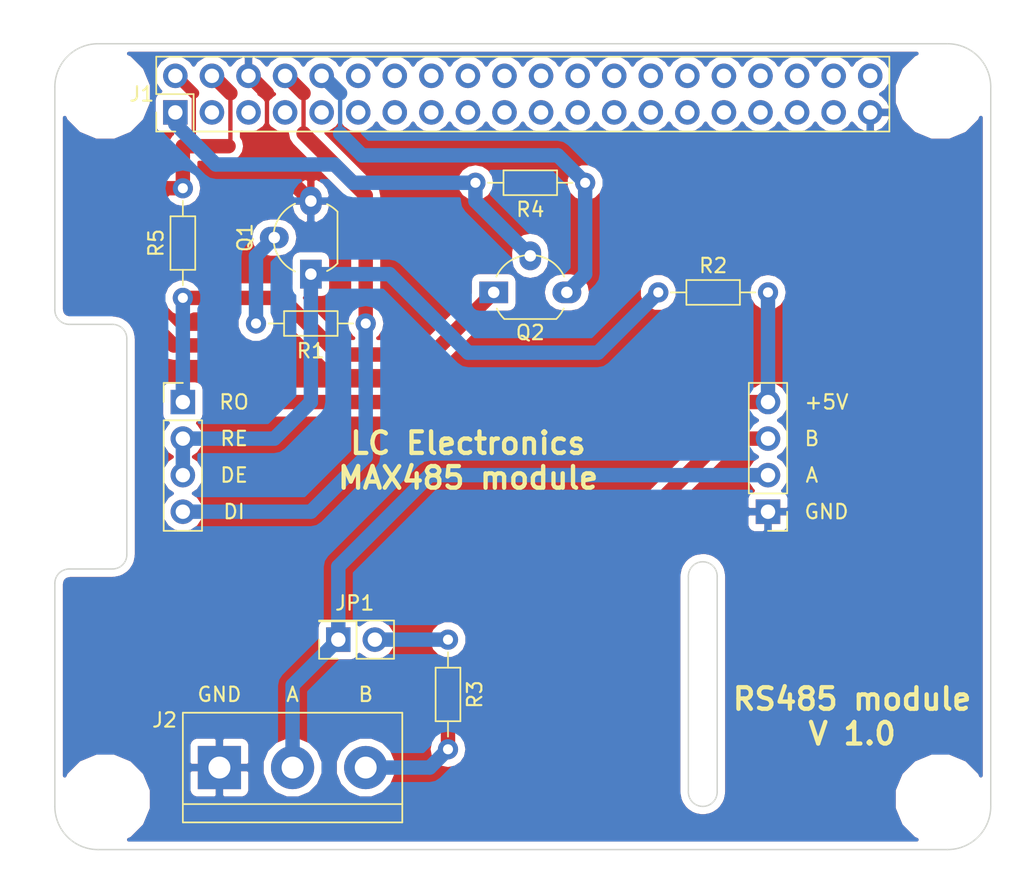
<source format=kicad_pcb>
(kicad_pcb (version 4) (host pcbnew 4.0.6)

  (general
    (links 25)
    (no_connects 0)
    (area 96.52 76.2 167.640001 137.160001)
    (thickness 1.6)
    (drawings 33)
    (tracks 81)
    (zones 0)
    (modules 16)
    (nets 45)
  )

  (page A4)
  (layers
    (0 F.Cu signal)
    (31 B.Cu signal)
    (32 B.Adhes user)
    (33 F.Adhes user)
    (34 B.Paste user)
    (35 F.Paste user)
    (36 B.SilkS user)
    (37 F.SilkS user)
    (38 B.Mask user)
    (39 F.Mask user)
    (40 Dwgs.User user)
    (41 Cmts.User user)
    (42 Eco1.User user)
    (43 Eco2.User user)
    (44 Edge.Cuts user)
    (45 Margin user)
    (46 B.CrtYd user)
    (47 F.CrtYd user)
    (48 B.Fab user)
    (49 F.Fab user)
  )

  (setup
    (last_trace_width 0.3)
    (user_trace_width 0.1)
    (user_trace_width 0.2)
    (user_trace_width 0.25)
    (user_trace_width 0.3)
    (user_trace_width 0.5)
    (user_trace_width 0.75)
    (user_trace_width 1)
    (trace_clearance 0.1)
    (zone_clearance 0.508)
    (zone_45_only no)
    (trace_min 0.1)
    (segment_width 0.2)
    (edge_width 0.15)
    (via_size 0.6)
    (via_drill 0.4)
    (via_min_size 0.4)
    (via_min_drill 0.2)
    (uvia_size 0.3)
    (uvia_drill 0.1)
    (uvias_allowed no)
    (uvia_min_size 0.2)
    (uvia_min_drill 0.1)
    (pcb_text_width 0.3)
    (pcb_text_size 1.5 1.5)
    (mod_edge_width 0.15)
    (mod_text_size 1 1)
    (mod_text_width 0.15)
    (pad_size 1.524 1.524)
    (pad_drill 0.762)
    (pad_to_mask_clearance 0.2)
    (aux_axis_origin 0 0)
    (visible_elements 7FFFFFFF)
    (pcbplotparams
      (layerselection 0x31030_80000001)
      (usegerberextensions false)
      (excludeedgelayer true)
      (linewidth 0.100000)
      (plotframeref false)
      (viasonmask false)
      (mode 1)
      (useauxorigin false)
      (hpglpennumber 1)
      (hpglpenspeed 20)
      (hpglpendiameter 15)
      (hpglpenoverlay 2)
      (psnegative false)
      (psa4output false)
      (plotreference false)
      (plotvalue true)
      (plotinvisibletext false)
      (padsonsilk false)
      (subtractmaskfromsilk false)
      (outputformat 1)
      (mirror false)
      (drillshape 0)
      (scaleselection 1)
      (outputdirectory Gerber/))
  )

  (net 0 "")
  (net 1 +5V)
  (net 2 "Net-(J1-Pad3)")
  (net 3 "Net-(J1-Pad5)")
  (net 4 GND)
  (net 5 "Net-(J1-Pad7)")
  (net 6 /lctech485/DI)
  (net 7 "Net-(J1-Pad10)")
  (net 8 "Net-(J1-Pad11)")
  (net 9 "Net-(J1-Pad12)")
  (net 10 "Net-(J1-Pad13)")
  (net 11 "Net-(J1-Pad15)")
  (net 12 "Net-(J1-Pad16)")
  (net 13 "Net-(J1-Pad17)")
  (net 14 "Net-(J1-Pad18)")
  (net 15 "Net-(J1-Pad19)")
  (net 16 "Net-(J1-Pad21)")
  (net 17 "Net-(J1-Pad22)")
  (net 18 "Net-(J1-Pad23)")
  (net 19 "Net-(J1-Pad24)")
  (net 20 "Net-(J1-Pad26)")
  (net 21 "Net-(J1-Pad27)")
  (net 22 "Net-(J1-Pad28)")
  (net 23 "Net-(J1-Pad29)")
  (net 24 "Net-(J1-Pad31)")
  (net 25 "Net-(J1-Pad32)")
  (net 26 "Net-(J1-Pad33)")
  (net 27 "Net-(J1-Pad35)")
  (net 28 "Net-(J1-Pad36)")
  (net 29 "Net-(J1-Pad37)")
  (net 30 "Net-(J1-Pad38)")
  (net 31 "Net-(J1-Pad40)")
  (net 32 /lctech485/RO)
  (net 33 /lctech485/DE)
  (net 34 /lctech485/A)
  (net 35 /lctech485/B)
  (net 36 "Net-(Q1-Pad2)")
  (net 37 +3V3)
  (net 38 "Net-(JP1-Pad2)")
  (net 39 "Net-(J1-Pad9)")
  (net 40 "Net-(J1-Pad14)")
  (net 41 "Net-(J1-Pad20)")
  (net 42 "Net-(J1-Pad25)")
  (net 43 "Net-(J1-Pad30)")
  (net 44 "Net-(J1-Pad34)")

  (net_class Default "Dies ist die voreingestellte Netzklasse."
    (clearance 0.1)
    (trace_width 0.25)
    (via_dia 0.6)
    (via_drill 0.4)
    (uvia_dia 0.3)
    (uvia_drill 0.1)
    (add_net +3V3)
    (add_net +5V)
    (add_net /lctech485/A)
    (add_net /lctech485/B)
    (add_net /lctech485/DE)
    (add_net /lctech485/DI)
    (add_net /lctech485/RO)
    (add_net GND)
    (add_net "Net-(J1-Pad10)")
    (add_net "Net-(J1-Pad11)")
    (add_net "Net-(J1-Pad12)")
    (add_net "Net-(J1-Pad13)")
    (add_net "Net-(J1-Pad14)")
    (add_net "Net-(J1-Pad15)")
    (add_net "Net-(J1-Pad16)")
    (add_net "Net-(J1-Pad17)")
    (add_net "Net-(J1-Pad18)")
    (add_net "Net-(J1-Pad19)")
    (add_net "Net-(J1-Pad20)")
    (add_net "Net-(J1-Pad21)")
    (add_net "Net-(J1-Pad22)")
    (add_net "Net-(J1-Pad23)")
    (add_net "Net-(J1-Pad24)")
    (add_net "Net-(J1-Pad25)")
    (add_net "Net-(J1-Pad26)")
    (add_net "Net-(J1-Pad27)")
    (add_net "Net-(J1-Pad28)")
    (add_net "Net-(J1-Pad29)")
    (add_net "Net-(J1-Pad3)")
    (add_net "Net-(J1-Pad30)")
    (add_net "Net-(J1-Pad31)")
    (add_net "Net-(J1-Pad32)")
    (add_net "Net-(J1-Pad33)")
    (add_net "Net-(J1-Pad34)")
    (add_net "Net-(J1-Pad35)")
    (add_net "Net-(J1-Pad36)")
    (add_net "Net-(J1-Pad37)")
    (add_net "Net-(J1-Pad38)")
    (add_net "Net-(J1-Pad40)")
    (add_net "Net-(J1-Pad5)")
    (add_net "Net-(J1-Pad7)")
    (add_net "Net-(J1-Pad9)")
    (add_net "Net-(JP1-Pad2)")
    (add_net "Net-(Q1-Pad2)")
  )

  (module Pin_Headers:Pin_Header_Straight_2x20_Pitch2.54mm (layer F.Cu) (tedit 59B24821) (tstamp 59A495EF)
    (at 108.6993 84.0105 90)
    (descr "Through hole straight pin header, 2x20, 2.54mm pitch, double rows")
    (tags "Through hole pin header THT 2x20 2.54mm double row")
    (path /59A42E36)
    (fp_text reference J1 (at 1.27 -2.33 180) (layer F.SilkS)
      (effects (font (size 1 1) (thickness 0.15)))
    )
    (fp_text value Raspberry_Pi_2_3 (at -2.0955 43.3197 180) (layer F.Fab)
      (effects (font (size 1 1) (thickness 0.15)))
    )
    (fp_line (start 0 -1.27) (end 3.81 -1.27) (layer F.Fab) (width 0.1))
    (fp_line (start 3.81 -1.27) (end 3.81 49.53) (layer F.Fab) (width 0.1))
    (fp_line (start 3.81 49.53) (end -1.27 49.53) (layer F.Fab) (width 0.1))
    (fp_line (start -1.27 49.53) (end -1.27 0) (layer F.Fab) (width 0.1))
    (fp_line (start -1.27 0) (end 0 -1.27) (layer F.Fab) (width 0.1))
    (fp_line (start -1.33 49.59) (end 3.87 49.59) (layer F.SilkS) (width 0.12))
    (fp_line (start -1.33 1.27) (end -1.33 49.59) (layer F.SilkS) (width 0.12))
    (fp_line (start 3.87 -1.33) (end 3.87 49.59) (layer F.SilkS) (width 0.12))
    (fp_line (start -1.33 1.27) (end 1.27 1.27) (layer F.SilkS) (width 0.12))
    (fp_line (start 1.27 1.27) (end 1.27 -1.33) (layer F.SilkS) (width 0.12))
    (fp_line (start 1.27 -1.33) (end 3.87 -1.33) (layer F.SilkS) (width 0.12))
    (fp_line (start -1.33 0) (end -1.33 -1.33) (layer F.SilkS) (width 0.12))
    (fp_line (start -1.33 -1.33) (end 0 -1.33) (layer F.SilkS) (width 0.12))
    (fp_line (start -1.8 -1.8) (end -1.8 50.05) (layer F.CrtYd) (width 0.05))
    (fp_line (start -1.8 50.05) (end 4.35 50.05) (layer F.CrtYd) (width 0.05))
    (fp_line (start 4.35 50.05) (end 4.35 -1.8) (layer F.CrtYd) (width 0.05))
    (fp_line (start 4.35 -1.8) (end -1.8 -1.8) (layer F.CrtYd) (width 0.05))
    (fp_text user %R (at 1.27 24.13 270) (layer F.Fab)
      (effects (font (size 1 1) (thickness 0.15)))
    )
    (pad 1 thru_hole rect (at 0 0 180) (size 1.7 1.7) (drill 1) (layers *.Cu *.Mask)
      (net 37 +3V3))
    (pad 2 thru_hole oval (at 2.54 0 180) (size 1.7 1.7) (drill 1) (layers *.Cu *.Mask)
      (net 1 +5V))
    (pad 3 thru_hole oval (at 0 2.54 180) (size 1.7 1.7) (drill 1) (layers *.Cu *.Mask)
      (net 2 "Net-(J1-Pad3)"))
    (pad 4 thru_hole oval (at 2.54 2.54 180) (size 1.7 1.7) (drill 1) (layers *.Cu *.Mask)
      (net 1 +5V))
    (pad 5 thru_hole oval (at 0 5.08 180) (size 1.7 1.7) (drill 1) (layers *.Cu *.Mask)
      (net 3 "Net-(J1-Pad5)"))
    (pad 6 thru_hole oval (at 2.54 5.08 180) (size 1.7 1.7) (drill 1) (layers *.Cu *.Mask)
      (net 4 GND))
    (pad 7 thru_hole oval (at 0 7.62 180) (size 1.7 1.7) (drill 1) (layers *.Cu *.Mask)
      (net 5 "Net-(J1-Pad7)"))
    (pad 8 thru_hole oval (at 2.54 7.62 180) (size 1.7 1.7) (drill 1) (layers *.Cu *.Mask)
      (net 6 /lctech485/DI))
    (pad 9 thru_hole oval (at 0 10.16 180) (size 1.7 1.7) (drill 1) (layers *.Cu *.Mask)
      (net 39 "Net-(J1-Pad9)"))
    (pad 10 thru_hole oval (at 2.54 10.16 180) (size 1.7 1.7) (drill 1) (layers *.Cu *.Mask)
      (net 7 "Net-(J1-Pad10)"))
    (pad 11 thru_hole oval (at 0 12.7 180) (size 1.7 1.7) (drill 1) (layers *.Cu *.Mask)
      (net 8 "Net-(J1-Pad11)"))
    (pad 12 thru_hole oval (at 2.54 12.7 180) (size 1.7 1.7) (drill 1) (layers *.Cu *.Mask)
      (net 9 "Net-(J1-Pad12)"))
    (pad 13 thru_hole oval (at 0 15.24 180) (size 1.7 1.7) (drill 1) (layers *.Cu *.Mask)
      (net 10 "Net-(J1-Pad13)"))
    (pad 14 thru_hole oval (at 2.54 15.24 180) (size 1.7 1.7) (drill 1) (layers *.Cu *.Mask)
      (net 40 "Net-(J1-Pad14)"))
    (pad 15 thru_hole oval (at 0 17.78 180) (size 1.7 1.7) (drill 1) (layers *.Cu *.Mask)
      (net 11 "Net-(J1-Pad15)"))
    (pad 16 thru_hole oval (at 2.54 17.78 180) (size 1.7 1.7) (drill 1) (layers *.Cu *.Mask)
      (net 12 "Net-(J1-Pad16)"))
    (pad 17 thru_hole oval (at 0 20.32 180) (size 1.7 1.7) (drill 1) (layers *.Cu *.Mask)
      (net 13 "Net-(J1-Pad17)"))
    (pad 18 thru_hole oval (at 2.54 20.32 180) (size 1.7 1.7) (drill 1) (layers *.Cu *.Mask)
      (net 14 "Net-(J1-Pad18)"))
    (pad 19 thru_hole oval (at 0 22.86 180) (size 1.7 1.7) (drill 1) (layers *.Cu *.Mask)
      (net 15 "Net-(J1-Pad19)"))
    (pad 20 thru_hole oval (at 2.54 22.86 180) (size 1.7 1.7) (drill 1) (layers *.Cu *.Mask)
      (net 41 "Net-(J1-Pad20)"))
    (pad 21 thru_hole oval (at 0 25.4 180) (size 1.7 1.7) (drill 1) (layers *.Cu *.Mask)
      (net 16 "Net-(J1-Pad21)"))
    (pad 22 thru_hole oval (at 2.54 25.4 180) (size 1.7 1.7) (drill 1) (layers *.Cu *.Mask)
      (net 17 "Net-(J1-Pad22)"))
    (pad 23 thru_hole oval (at 0 27.94 180) (size 1.7 1.7) (drill 1) (layers *.Cu *.Mask)
      (net 18 "Net-(J1-Pad23)"))
    (pad 24 thru_hole oval (at 2.54 27.94 180) (size 1.7 1.7) (drill 1) (layers *.Cu *.Mask)
      (net 19 "Net-(J1-Pad24)"))
    (pad 25 thru_hole oval (at 0 30.48 180) (size 1.7 1.7) (drill 1) (layers *.Cu *.Mask)
      (net 42 "Net-(J1-Pad25)"))
    (pad 26 thru_hole oval (at 2.54 30.48 180) (size 1.7 1.7) (drill 1) (layers *.Cu *.Mask)
      (net 20 "Net-(J1-Pad26)"))
    (pad 27 thru_hole oval (at 0 33.02 180) (size 1.7 1.7) (drill 1) (layers *.Cu *.Mask)
      (net 21 "Net-(J1-Pad27)"))
    (pad 28 thru_hole oval (at 2.54 33.02 180) (size 1.7 1.7) (drill 1) (layers *.Cu *.Mask)
      (net 22 "Net-(J1-Pad28)"))
    (pad 29 thru_hole oval (at 0 35.56 180) (size 1.7 1.7) (drill 1) (layers *.Cu *.Mask)
      (net 23 "Net-(J1-Pad29)"))
    (pad 30 thru_hole oval (at 2.54 35.56 180) (size 1.7 1.7) (drill 1) (layers *.Cu *.Mask)
      (net 43 "Net-(J1-Pad30)"))
    (pad 31 thru_hole oval (at 0 38.1 180) (size 1.7 1.7) (drill 1) (layers *.Cu *.Mask)
      (net 24 "Net-(J1-Pad31)"))
    (pad 32 thru_hole oval (at 2.54 38.1 180) (size 1.7 1.7) (drill 1) (layers *.Cu *.Mask)
      (net 25 "Net-(J1-Pad32)"))
    (pad 33 thru_hole oval (at 0 40.64 180) (size 1.7 1.7) (drill 1) (layers *.Cu *.Mask)
      (net 26 "Net-(J1-Pad33)"))
    (pad 34 thru_hole oval (at 2.54 40.64 180) (size 1.7 1.7) (drill 1) (layers *.Cu *.Mask)
      (net 44 "Net-(J1-Pad34)"))
    (pad 35 thru_hole oval (at 0 43.18 180) (size 1.7 1.7) (drill 1) (layers *.Cu *.Mask)
      (net 27 "Net-(J1-Pad35)"))
    (pad 36 thru_hole oval (at 2.54 43.18 180) (size 1.7 1.7) (drill 1) (layers *.Cu *.Mask)
      (net 28 "Net-(J1-Pad36)"))
    (pad 37 thru_hole oval (at 0 45.72 180) (size 1.7 1.7) (drill 1) (layers *.Cu *.Mask)
      (net 29 "Net-(J1-Pad37)"))
    (pad 38 thru_hole oval (at 2.54 45.72 180) (size 1.7 1.7) (drill 1) (layers *.Cu *.Mask)
      (net 30 "Net-(J1-Pad38)"))
    (pad 39 thru_hole oval (at 0 48.26 180) (size 1.7 1.7) (drill 1) (layers *.Cu *.Mask)
      (net 4 GND))
    (pad 40 thru_hole oval (at 2.54 48.26 180) (size 1.7 1.7) (drill 1) (layers *.Cu *.Mask)
      (net 31 "Net-(J1-Pad40)"))
    (model ${KISYS3DMOD}/Pin_Headers.3dshapes/Pin_Header_Straight_2x20_Pitch2.54mm.wrl
      (at (xyz 0 0 0))
      (scale (xyz 1 1 1))
      (rotate (xyz 0 0 0))
    )
  )

  (module Socket_Strips:Socket_Strip_Straight_1x04_Pitch2.54mm (layer F.Cu) (tedit 59BD9B21) (tstamp 59A495F7)
    (at 109.22 104.14)
    (descr "Through hole straight socket strip, 1x04, 2.54mm pitch, single row")
    (tags "Through hole socket strip THT 1x04 2.54mm single row")
    (path /59A49D8C/5881780E)
    (fp_text reference P5 (at 0 -2.33) (layer F.SilkS) hide
      (effects (font (size 1 1) (thickness 0.15)))
    )
    (fp_text value CONN_01X04 (at 1.143 10.16) (layer F.Fab)
      (effects (font (size 1 1) (thickness 0.15)))
    )
    (fp_line (start -1.27 -1.27) (end -1.27 8.89) (layer F.Fab) (width 0.1))
    (fp_line (start -1.27 8.89) (end 1.27 8.89) (layer F.Fab) (width 0.1))
    (fp_line (start 1.27 8.89) (end 1.27 -1.27) (layer F.Fab) (width 0.1))
    (fp_line (start 1.27 -1.27) (end -1.27 -1.27) (layer F.Fab) (width 0.1))
    (fp_line (start -1.33 1.27) (end -1.33 8.95) (layer F.SilkS) (width 0.12))
    (fp_line (start -1.33 8.95) (end 1.33 8.95) (layer F.SilkS) (width 0.12))
    (fp_line (start 1.33 8.95) (end 1.33 1.27) (layer F.SilkS) (width 0.12))
    (fp_line (start 1.33 1.27) (end -1.33 1.27) (layer F.SilkS) (width 0.12))
    (fp_line (start -1.33 0) (end -1.33 -1.33) (layer F.SilkS) (width 0.12))
    (fp_line (start -1.33 -1.33) (end 0 -1.33) (layer F.SilkS) (width 0.12))
    (fp_line (start -1.8 -1.8) (end -1.8 9.4) (layer F.CrtYd) (width 0.05))
    (fp_line (start -1.8 9.4) (end 1.8 9.4) (layer F.CrtYd) (width 0.05))
    (fp_line (start 1.8 9.4) (end 1.8 -1.8) (layer F.CrtYd) (width 0.05))
    (fp_line (start 1.8 -1.8) (end -1.8 -1.8) (layer F.CrtYd) (width 0.05))
    (fp_text user %R (at 0 -2.33) (layer F.Fab)
      (effects (font (size 1 1) (thickness 0.15)))
    )
    (pad 1 thru_hole rect (at 0 0) (size 1.7 1.7) (drill 1) (layers *.Cu *.Mask)
      (net 32 /lctech485/RO))
    (pad 2 thru_hole oval (at 0 2.54) (size 1.7 1.7) (drill 1) (layers *.Cu *.Mask)
      (net 33 /lctech485/DE))
    (pad 3 thru_hole oval (at 0 5.08) (size 1.7 1.7) (drill 1) (layers *.Cu *.Mask)
      (net 33 /lctech485/DE))
    (pad 4 thru_hole oval (at 0 7.62) (size 1.7 1.7) (drill 1) (layers *.Cu *.Mask)
      (net 6 /lctech485/DI))
    (model ${KISYS3DMOD}/Socket_Strips.3dshapes/Socket_Strip_Straight_1x04_Pitch2.54mm.wrl
      (at (xyz 0 -0.15 0))
      (scale (xyz 1 1 1))
      (rotate (xyz 0 0 270))
    )
  )

  (module Socket_Strips:Socket_Strip_Straight_1x04_Pitch2.54mm (layer F.Cu) (tedit 59BD9B5D) (tstamp 59A495FF)
    (at 149.86 111.76 180)
    (descr "Through hole straight socket strip, 1x04, 2.54mm pitch, single row")
    (tags "Through hole socket strip THT 1x04 2.54mm single row")
    (path /59A49D8C/5881786B)
    (fp_text reference P6 (at 0 -2.33 180) (layer F.SilkS) hide
      (effects (font (size 1 1) (thickness 0.15)))
    )
    (fp_text value CONN_01X04 (at 0 9.95 180) (layer F.Fab)
      (effects (font (size 1 1) (thickness 0.15)))
    )
    (fp_line (start -1.27 -1.27) (end -1.27 8.89) (layer F.Fab) (width 0.1))
    (fp_line (start -1.27 8.89) (end 1.27 8.89) (layer F.Fab) (width 0.1))
    (fp_line (start 1.27 8.89) (end 1.27 -1.27) (layer F.Fab) (width 0.1))
    (fp_line (start 1.27 -1.27) (end -1.27 -1.27) (layer F.Fab) (width 0.1))
    (fp_line (start -1.33 1.27) (end -1.33 8.95) (layer F.SilkS) (width 0.12))
    (fp_line (start -1.33 8.95) (end 1.33 8.95) (layer F.SilkS) (width 0.12))
    (fp_line (start 1.33 8.95) (end 1.33 1.27) (layer F.SilkS) (width 0.12))
    (fp_line (start 1.33 1.27) (end -1.33 1.27) (layer F.SilkS) (width 0.12))
    (fp_line (start -1.33 0) (end -1.33 -1.33) (layer F.SilkS) (width 0.12))
    (fp_line (start -1.33 -1.33) (end 0 -1.33) (layer F.SilkS) (width 0.12))
    (fp_line (start -1.8 -1.8) (end -1.8 9.4) (layer F.CrtYd) (width 0.05))
    (fp_line (start -1.8 9.4) (end 1.8 9.4) (layer F.CrtYd) (width 0.05))
    (fp_line (start 1.8 9.4) (end 1.8 -1.8) (layer F.CrtYd) (width 0.05))
    (fp_line (start 1.8 -1.8) (end -1.8 -1.8) (layer F.CrtYd) (width 0.05))
    (fp_text user %R (at 0 -2.33 180) (layer F.Fab)
      (effects (font (size 1 1) (thickness 0.15)))
    )
    (pad 1 thru_hole rect (at 0 0 180) (size 1.7 1.7) (drill 1) (layers *.Cu *.Mask)
      (net 4 GND))
    (pad 2 thru_hole oval (at 0 2.54 180) (size 1.7 1.7) (drill 1) (layers *.Cu *.Mask)
      (net 34 /lctech485/A))
    (pad 3 thru_hole oval (at 0 5.08 180) (size 1.7 1.7) (drill 1) (layers *.Cu *.Mask)
      (net 35 /lctech485/B))
    (pad 4 thru_hole oval (at 0 7.62 180) (size 1.7 1.7) (drill 1) (layers *.Cu *.Mask)
      (net 1 +5V))
    (model ${KISYS3DMOD}/Socket_Strips.3dshapes/Socket_Strip_Straight_1x04_Pitch2.54mm.wrl
      (at (xyz 0 -0.15 0))
      (scale (xyz 1 1 1))
      (rotate (xyz 0 0 270))
    )
  )

  (module TO_SOT_Packages_THT:TO-92_Molded_Wide_Oval (layer F.Cu) (tedit 58CE52AF) (tstamp 59A49606)
    (at 118.11 95.25 90)
    (descr "TO-92 leads molded, wide, oval pads, drill 0.8mm (see NXP sot054_po.pdf)")
    (tags "to-92 sc-43 sc-43a sot54 PA33 transistor")
    (path /59A431F2)
    (fp_text reference Q1 (at 2.54 -4.57 90) (layer F.SilkS)
      (effects (font (size 1 1) (thickness 0.15)))
    )
    (fp_text value BS170 (at 2.54 3.05 90) (layer F.Fab)
      (effects (font (size 1 1) (thickness 0.15)))
    )
    (fp_text user %R (at 2.54 -4.57 90) (layer F.Fab)
      (effects (font (size 1 1) (thickness 0.15)))
    )
    (fp_line (start 0.74 1.85) (end 4.34 1.85) (layer F.SilkS) (width 0.12))
    (fp_line (start 0.8 1.75) (end 4.3 1.75) (layer F.Fab) (width 0.1))
    (fp_line (start -1.25 -3.79) (end 6.33 -3.79) (layer F.CrtYd) (width 0.05))
    (fp_line (start -1.25 -3.79) (end -1.25 2.01) (layer F.CrtYd) (width 0.05))
    (fp_line (start 6.33 2.01) (end 6.33 -3.79) (layer F.CrtYd) (width 0.05))
    (fp_line (start 6.33 2.01) (end -1.25 2.01) (layer F.CrtYd) (width 0.05))
    (fp_arc (start 2.54 0) (end 0.74 1.85) (angle 20) (layer F.SilkS) (width 0.12))
    (fp_arc (start 2.54 0) (end 2.54 -2.6) (angle -65) (layer F.SilkS) (width 0.12))
    (fp_arc (start 2.54 0) (end 2.54 -2.6) (angle 65) (layer F.SilkS) (width 0.12))
    (fp_arc (start 2.54 0) (end 2.54 -2.48) (angle 135) (layer F.Fab) (width 0.1))
    (fp_arc (start 2.54 0) (end 2.54 -2.48) (angle -135) (layer F.Fab) (width 0.1))
    (fp_arc (start 2.54 0) (end 4.34 1.85) (angle -20) (layer F.SilkS) (width 0.12))
    (pad 2 thru_hole oval (at 2.54 -2.54 180) (size 2 1.5) (drill 0.8) (layers *.Cu *.Mask)
      (net 36 "Net-(Q1-Pad2)"))
    (pad 1 thru_hole rect (at 0 0 180) (size 1.5 2) (drill 0.8) (layers *.Cu *.Mask)
      (net 33 /lctech485/DE))
    (pad 3 thru_hole oval (at 5.08 0 180) (size 1.5 2) (drill 0.8) (layers *.Cu *.Mask)
      (net 4 GND))
    (model ${KISYS3DMOD}/TO_SOT_Packages_THT.3dshapes/TO-92_Molded_Wide_Oval.wrl
      (at (xyz 0.1 0 0))
      (scale (xyz 1 1 1))
      (rotate (xyz 0 0 -90))
    )
  )

  (module Resistors_THT:R_Axial_DIN0204_L3.6mm_D1.6mm_P7.62mm_Horizontal (layer F.Cu) (tedit 59BD9B70) (tstamp 59A4960C)
    (at 114.3 98.679)
    (descr "Resistor, Axial_DIN0204 series, Axial, Horizontal, pin pitch=7.62mm, 0.16666666666666666W = 1/6W, length*diameter=3.6*1.6mm^2, http://cdn-reichelt.de/documents/datenblatt/B400/1_4W%23YAG.pdf")
    (tags "Resistor Axial_DIN0204 series Axial Horizontal pin pitch 7.62mm 0.16666666666666666W = 1/6W length 3.6mm diameter 1.6mm")
    (path /59A43314)
    (fp_text reference R1 (at 3.81 1.905) (layer F.SilkS)
      (effects (font (size 1 1) (thickness 0.15)))
    )
    (fp_text value 10k (at 3.81 -1.397) (layer F.Fab)
      (effects (font (size 1 1) (thickness 0.15)))
    )
    (fp_line (start 2.01 -0.8) (end 2.01 0.8) (layer F.Fab) (width 0.1))
    (fp_line (start 2.01 0.8) (end 5.61 0.8) (layer F.Fab) (width 0.1))
    (fp_line (start 5.61 0.8) (end 5.61 -0.8) (layer F.Fab) (width 0.1))
    (fp_line (start 5.61 -0.8) (end 2.01 -0.8) (layer F.Fab) (width 0.1))
    (fp_line (start 0 0) (end 2.01 0) (layer F.Fab) (width 0.1))
    (fp_line (start 7.62 0) (end 5.61 0) (layer F.Fab) (width 0.1))
    (fp_line (start 1.95 -0.86) (end 1.95 0.86) (layer F.SilkS) (width 0.12))
    (fp_line (start 1.95 0.86) (end 5.67 0.86) (layer F.SilkS) (width 0.12))
    (fp_line (start 5.67 0.86) (end 5.67 -0.86) (layer F.SilkS) (width 0.12))
    (fp_line (start 5.67 -0.86) (end 1.95 -0.86) (layer F.SilkS) (width 0.12))
    (fp_line (start 0.88 0) (end 1.95 0) (layer F.SilkS) (width 0.12))
    (fp_line (start 6.74 0) (end 5.67 0) (layer F.SilkS) (width 0.12))
    (fp_line (start -0.95 -1.15) (end -0.95 1.15) (layer F.CrtYd) (width 0.05))
    (fp_line (start -0.95 1.15) (end 8.6 1.15) (layer F.CrtYd) (width 0.05))
    (fp_line (start 8.6 1.15) (end 8.6 -1.15) (layer F.CrtYd) (width 0.05))
    (fp_line (start 8.6 -1.15) (end -0.95 -1.15) (layer F.CrtYd) (width 0.05))
    (pad 1 thru_hole circle (at 0 0) (size 1.4 1.4) (drill 0.7) (layers *.Cu *.Mask)
      (net 36 "Net-(Q1-Pad2)"))
    (pad 2 thru_hole oval (at 7.62 0) (size 1.4 1.4) (drill 0.7) (layers *.Cu *.Mask)
      (net 6 /lctech485/DI))
    (model ${KISYS3DMOD}/Resistors_THT.3dshapes/R_Axial_DIN0204_L3.6mm_D1.6mm_P7.62mm_Horizontal.wrl
      (at (xyz 0 0 0))
      (scale (xyz 0.393701 0.393701 0.393701))
      (rotate (xyz 0 0 0))
    )
  )

  (module Resistors_THT:R_Axial_DIN0204_L3.6mm_D1.6mm_P7.62mm_Horizontal (layer F.Cu) (tedit 5874F706) (tstamp 59A49612)
    (at 142.24 96.52)
    (descr "Resistor, Axial_DIN0204 series, Axial, Horizontal, pin pitch=7.62mm, 0.16666666666666666W = 1/6W, length*diameter=3.6*1.6mm^2, http://cdn-reichelt.de/documents/datenblatt/B400/1_4W%23YAG.pdf")
    (tags "Resistor Axial_DIN0204 series Axial Horizontal pin pitch 7.62mm 0.16666666666666666W = 1/6W length 3.6mm diameter 1.6mm")
    (path /59A4A747)
    (fp_text reference R2 (at 3.81 -1.86) (layer F.SilkS)
      (effects (font (size 1 1) (thickness 0.15)))
    )
    (fp_text value 10k (at 3.81 1.86) (layer F.Fab)
      (effects (font (size 1 1) (thickness 0.15)))
    )
    (fp_line (start 2.01 -0.8) (end 2.01 0.8) (layer F.Fab) (width 0.1))
    (fp_line (start 2.01 0.8) (end 5.61 0.8) (layer F.Fab) (width 0.1))
    (fp_line (start 5.61 0.8) (end 5.61 -0.8) (layer F.Fab) (width 0.1))
    (fp_line (start 5.61 -0.8) (end 2.01 -0.8) (layer F.Fab) (width 0.1))
    (fp_line (start 0 0) (end 2.01 0) (layer F.Fab) (width 0.1))
    (fp_line (start 7.62 0) (end 5.61 0) (layer F.Fab) (width 0.1))
    (fp_line (start 1.95 -0.86) (end 1.95 0.86) (layer F.SilkS) (width 0.12))
    (fp_line (start 1.95 0.86) (end 5.67 0.86) (layer F.SilkS) (width 0.12))
    (fp_line (start 5.67 0.86) (end 5.67 -0.86) (layer F.SilkS) (width 0.12))
    (fp_line (start 5.67 -0.86) (end 1.95 -0.86) (layer F.SilkS) (width 0.12))
    (fp_line (start 0.88 0) (end 1.95 0) (layer F.SilkS) (width 0.12))
    (fp_line (start 6.74 0) (end 5.67 0) (layer F.SilkS) (width 0.12))
    (fp_line (start -0.95 -1.15) (end -0.95 1.15) (layer F.CrtYd) (width 0.05))
    (fp_line (start -0.95 1.15) (end 8.6 1.15) (layer F.CrtYd) (width 0.05))
    (fp_line (start 8.6 1.15) (end 8.6 -1.15) (layer F.CrtYd) (width 0.05))
    (fp_line (start 8.6 -1.15) (end -0.95 -1.15) (layer F.CrtYd) (width 0.05))
    (pad 1 thru_hole circle (at 0 0) (size 1.4 1.4) (drill 0.7) (layers *.Cu *.Mask)
      (net 33 /lctech485/DE))
    (pad 2 thru_hole oval (at 7.62 0) (size 1.4 1.4) (drill 0.7) (layers *.Cu *.Mask)
      (net 1 +5V))
    (model ${KISYS3DMOD}/Resistors_THT.3dshapes/R_Axial_DIN0204_L3.6mm_D1.6mm_P7.62mm_Horizontal.wrl
      (at (xyz 0 0 0))
      (scale (xyz 0.393701 0.393701 0.393701))
      (rotate (xyz 0 0 0))
    )
  )

  (module Resistors_THT:R_Axial_DIN0204_L3.6mm_D1.6mm_P7.62mm_Horizontal (layer F.Cu) (tedit 5874F706) (tstamp 59A49618)
    (at 127.635 120.65 270)
    (descr "Resistor, Axial_DIN0204 series, Axial, Horizontal, pin pitch=7.62mm, 0.16666666666666666W = 1/6W, length*diameter=3.6*1.6mm^2, http://cdn-reichelt.de/documents/datenblatt/B400/1_4W%23YAG.pdf")
    (tags "Resistor Axial_DIN0204 series Axial Horizontal pin pitch 7.62mm 0.16666666666666666W = 1/6W length 3.6mm diameter 1.6mm")
    (path /59A4CE56)
    (fp_text reference R3 (at 3.81 -1.86 270) (layer F.SilkS)
      (effects (font (size 1 1) (thickness 0.15)))
    )
    (fp_text value 120 (at 3.81 1.86 270) (layer F.Fab)
      (effects (font (size 1 1) (thickness 0.15)))
    )
    (fp_line (start 2.01 -0.8) (end 2.01 0.8) (layer F.Fab) (width 0.1))
    (fp_line (start 2.01 0.8) (end 5.61 0.8) (layer F.Fab) (width 0.1))
    (fp_line (start 5.61 0.8) (end 5.61 -0.8) (layer F.Fab) (width 0.1))
    (fp_line (start 5.61 -0.8) (end 2.01 -0.8) (layer F.Fab) (width 0.1))
    (fp_line (start 0 0) (end 2.01 0) (layer F.Fab) (width 0.1))
    (fp_line (start 7.62 0) (end 5.61 0) (layer F.Fab) (width 0.1))
    (fp_line (start 1.95 -0.86) (end 1.95 0.86) (layer F.SilkS) (width 0.12))
    (fp_line (start 1.95 0.86) (end 5.67 0.86) (layer F.SilkS) (width 0.12))
    (fp_line (start 5.67 0.86) (end 5.67 -0.86) (layer F.SilkS) (width 0.12))
    (fp_line (start 5.67 -0.86) (end 1.95 -0.86) (layer F.SilkS) (width 0.12))
    (fp_line (start 0.88 0) (end 1.95 0) (layer F.SilkS) (width 0.12))
    (fp_line (start 6.74 0) (end 5.67 0) (layer F.SilkS) (width 0.12))
    (fp_line (start -0.95 -1.15) (end -0.95 1.15) (layer F.CrtYd) (width 0.05))
    (fp_line (start -0.95 1.15) (end 8.6 1.15) (layer F.CrtYd) (width 0.05))
    (fp_line (start 8.6 1.15) (end 8.6 -1.15) (layer F.CrtYd) (width 0.05))
    (fp_line (start 8.6 -1.15) (end -0.95 -1.15) (layer F.CrtYd) (width 0.05))
    (pad 1 thru_hole circle (at 0 0 270) (size 1.4 1.4) (drill 0.7) (layers *.Cu *.Mask)
      (net 38 "Net-(JP1-Pad2)"))
    (pad 2 thru_hole oval (at 7.62 0 270) (size 1.4 1.4) (drill 0.7) (layers *.Cu *.Mask)
      (net 35 /lctech485/B))
    (model ${KISYS3DMOD}/Resistors_THT.3dshapes/R_Axial_DIN0204_L3.6mm_D1.6mm_P7.62mm_Horizontal.wrl
      (at (xyz 0 0 0))
      (scale (xyz 0.393701 0.393701 0.393701))
      (rotate (xyz 0 0 0))
    )
  )

  (module Resistors_THT:R_Axial_DIN0204_L3.6mm_D1.6mm_P7.62mm_Horizontal (layer F.Cu) (tedit 5874F706) (tstamp 59A4961E)
    (at 137.16 88.9 180)
    (descr "Resistor, Axial_DIN0204 series, Axial, Horizontal, pin pitch=7.62mm, 0.16666666666666666W = 1/6W, length*diameter=3.6*1.6mm^2, http://cdn-reichelt.de/documents/datenblatt/B400/1_4W%23YAG.pdf")
    (tags "Resistor Axial_DIN0204 series Axial Horizontal pin pitch 7.62mm 0.16666666666666666W = 1/6W length 3.6mm diameter 1.6mm")
    (path /59A9F6E9)
    (fp_text reference R4 (at 3.81 -1.86 180) (layer F.SilkS)
      (effects (font (size 1 1) (thickness 0.15)))
    )
    (fp_text value 10k (at 3.81 1.86 180) (layer F.Fab)
      (effects (font (size 1 1) (thickness 0.15)))
    )
    (fp_line (start 2.01 -0.8) (end 2.01 0.8) (layer F.Fab) (width 0.1))
    (fp_line (start 2.01 0.8) (end 5.61 0.8) (layer F.Fab) (width 0.1))
    (fp_line (start 5.61 0.8) (end 5.61 -0.8) (layer F.Fab) (width 0.1))
    (fp_line (start 5.61 -0.8) (end 2.01 -0.8) (layer F.Fab) (width 0.1))
    (fp_line (start 0 0) (end 2.01 0) (layer F.Fab) (width 0.1))
    (fp_line (start 7.62 0) (end 5.61 0) (layer F.Fab) (width 0.1))
    (fp_line (start 1.95 -0.86) (end 1.95 0.86) (layer F.SilkS) (width 0.12))
    (fp_line (start 1.95 0.86) (end 5.67 0.86) (layer F.SilkS) (width 0.12))
    (fp_line (start 5.67 0.86) (end 5.67 -0.86) (layer F.SilkS) (width 0.12))
    (fp_line (start 5.67 -0.86) (end 1.95 -0.86) (layer F.SilkS) (width 0.12))
    (fp_line (start 0.88 0) (end 1.95 0) (layer F.SilkS) (width 0.12))
    (fp_line (start 6.74 0) (end 5.67 0) (layer F.SilkS) (width 0.12))
    (fp_line (start -0.95 -1.15) (end -0.95 1.15) (layer F.CrtYd) (width 0.05))
    (fp_line (start -0.95 1.15) (end 8.6 1.15) (layer F.CrtYd) (width 0.05))
    (fp_line (start 8.6 1.15) (end 8.6 -1.15) (layer F.CrtYd) (width 0.05))
    (fp_line (start 8.6 -1.15) (end -0.95 -1.15) (layer F.CrtYd) (width 0.05))
    (pad 1 thru_hole circle (at 0 0 180) (size 1.4 1.4) (drill 0.7) (layers *.Cu *.Mask)
      (net 7 "Net-(J1-Pad10)"))
    (pad 2 thru_hole oval (at 7.62 0 180) (size 1.4 1.4) (drill 0.7) (layers *.Cu *.Mask)
      (net 37 +3V3))
    (model ${KISYS3DMOD}/Resistors_THT.3dshapes/R_Axial_DIN0204_L3.6mm_D1.6mm_P7.62mm_Horizontal.wrl
      (at (xyz 0 0 0))
      (scale (xyz 0.393701 0.393701 0.393701))
      (rotate (xyz 0 0 0))
    )
  )

  (module Resistors_THT:R_Axial_DIN0204_L3.6mm_D1.6mm_P7.62mm_Horizontal (layer F.Cu) (tedit 5874F706) (tstamp 59A49624)
    (at 109.22 96.901 90)
    (descr "Resistor, Axial_DIN0204 series, Axial, Horizontal, pin pitch=7.62mm, 0.16666666666666666W = 1/6W, length*diameter=3.6*1.6mm^2, http://cdn-reichelt.de/documents/datenblatt/B400/1_4W%23YAG.pdf")
    (tags "Resistor Axial_DIN0204 series Axial Horizontal pin pitch 7.62mm 0.16666666666666666W = 1/6W length 3.6mm diameter 1.6mm")
    (path /59A9D838)
    (fp_text reference R5 (at 3.81 -1.86 90) (layer F.SilkS)
      (effects (font (size 1 1) (thickness 0.15)))
    )
    (fp_text value 10k (at 3.81 1.86 90) (layer F.Fab)
      (effects (font (size 1 1) (thickness 0.15)))
    )
    (fp_line (start 2.01 -0.8) (end 2.01 0.8) (layer F.Fab) (width 0.1))
    (fp_line (start 2.01 0.8) (end 5.61 0.8) (layer F.Fab) (width 0.1))
    (fp_line (start 5.61 0.8) (end 5.61 -0.8) (layer F.Fab) (width 0.1))
    (fp_line (start 5.61 -0.8) (end 2.01 -0.8) (layer F.Fab) (width 0.1))
    (fp_line (start 0 0) (end 2.01 0) (layer F.Fab) (width 0.1))
    (fp_line (start 7.62 0) (end 5.61 0) (layer F.Fab) (width 0.1))
    (fp_line (start 1.95 -0.86) (end 1.95 0.86) (layer F.SilkS) (width 0.12))
    (fp_line (start 1.95 0.86) (end 5.67 0.86) (layer F.SilkS) (width 0.12))
    (fp_line (start 5.67 0.86) (end 5.67 -0.86) (layer F.SilkS) (width 0.12))
    (fp_line (start 5.67 -0.86) (end 1.95 -0.86) (layer F.SilkS) (width 0.12))
    (fp_line (start 0.88 0) (end 1.95 0) (layer F.SilkS) (width 0.12))
    (fp_line (start 6.74 0) (end 5.67 0) (layer F.SilkS) (width 0.12))
    (fp_line (start -0.95 -1.15) (end -0.95 1.15) (layer F.CrtYd) (width 0.05))
    (fp_line (start -0.95 1.15) (end 8.6 1.15) (layer F.CrtYd) (width 0.05))
    (fp_line (start 8.6 1.15) (end 8.6 -1.15) (layer F.CrtYd) (width 0.05))
    (fp_line (start 8.6 -1.15) (end -0.95 -1.15) (layer F.CrtYd) (width 0.05))
    (pad 1 thru_hole circle (at 0 0 90) (size 1.4 1.4) (drill 0.7) (layers *.Cu *.Mask)
      (net 32 /lctech485/RO))
    (pad 2 thru_hole oval (at 7.62 0 90) (size 1.4 1.4) (drill 0.7) (layers *.Cu *.Mask)
      (net 1 +5V))
    (model ${KISYS3DMOD}/Resistors_THT.3dshapes/R_Axial_DIN0204_L3.6mm_D1.6mm_P7.62mm_Horizontal.wrl
      (at (xyz 0 0 0))
      (scale (xyz 0.393701 0.393701 0.393701))
      (rotate (xyz 0 0 0))
    )
  )

  (module TO_SOT_Packages_THT:TO-92_Molded_Wide_Oval (layer F.Cu) (tedit 59BD9A00) (tstamp 59A9D89F)
    (at 130.81 96.52)
    (descr "TO-92 leads molded, wide, oval pads, drill 0.8mm (see NXP sot054_po.pdf)")
    (tags "to-92 sc-43 sc-43a sot54 PA33 transistor")
    (path /59A9D4F3)
    (fp_text reference Q2 (at 2.54 2.794) (layer F.SilkS)
      (effects (font (size 1 1) (thickness 0.15)))
    )
    (fp_text value BS170 (at 2.794 -4.318) (layer F.Fab)
      (effects (font (size 1 1) (thickness 0.15)))
    )
    (fp_text user %R (at 2.54 2.794) (layer F.Fab)
      (effects (font (size 1 1) (thickness 0.15)))
    )
    (fp_line (start 0.74 1.85) (end 4.34 1.85) (layer F.SilkS) (width 0.12))
    (fp_line (start 0.8 1.75) (end 4.3 1.75) (layer F.Fab) (width 0.1))
    (fp_line (start -1.25 -3.79) (end 6.33 -3.79) (layer F.CrtYd) (width 0.05))
    (fp_line (start -1.25 -3.79) (end -1.25 2.01) (layer F.CrtYd) (width 0.05))
    (fp_line (start 6.33 2.01) (end 6.33 -3.79) (layer F.CrtYd) (width 0.05))
    (fp_line (start 6.33 2.01) (end -1.25 2.01) (layer F.CrtYd) (width 0.05))
    (fp_arc (start 2.54 0) (end 0.74 1.85) (angle 20) (layer F.SilkS) (width 0.12))
    (fp_arc (start 2.54 0) (end 2.54 -2.6) (angle -65) (layer F.SilkS) (width 0.12))
    (fp_arc (start 2.54 0) (end 2.54 -2.6) (angle 65) (layer F.SilkS) (width 0.12))
    (fp_arc (start 2.54 0) (end 2.54 -2.48) (angle 135) (layer F.Fab) (width 0.1))
    (fp_arc (start 2.54 0) (end 2.54 -2.48) (angle -135) (layer F.Fab) (width 0.1))
    (fp_arc (start 2.54 0) (end 4.34 1.85) (angle -20) (layer F.SilkS) (width 0.12))
    (pad 2 thru_hole oval (at 2.54 -2.54 90) (size 2 1.5) (drill 0.8) (layers *.Cu *.Mask)
      (net 37 +3V3))
    (pad 1 thru_hole rect (at 0 0 90) (size 1.5 2) (drill 0.8) (layers *.Cu *.Mask)
      (net 32 /lctech485/RO))
    (pad 3 thru_hole oval (at 5.08 0 90) (size 1.5 2) (drill 0.8) (layers *.Cu *.Mask)
      (net 7 "Net-(J1-Pad10)"))
    (model ${KISYS3DMOD}/TO_SOT_Packages_THT.3dshapes/TO-92_Molded_Wide_Oval.wrl
      (at (xyz 0.1 0 0))
      (scale (xyz 1 1 1))
      (rotate (xyz 0 0 -90))
    )
  )

  (module RPi_Hat:RPi_Hat_Mounting_Hole locked (layer F.Cu) (tedit 55217C7B) (tstamp 5515DEA9)
    (at 161.83 82.74)
    (descr "Mounting hole, Befestigungsbohrung, 2,7mm, No Annular, Kein Restring,")
    (tags "Mounting hole, Befestigungsbohrung, 2,7mm, No Annular, Kein Restring,")
    (fp_text reference "" (at 0 -4.0005) (layer F.SilkS) hide
      (effects (font (size 1 1) (thickness 0.15)))
    )
    (fp_text value "" (at 0.09906 3.59918) (layer F.Fab) hide
      (effects (font (size 1 1) (thickness 0.15)))
    )
    (fp_circle (center 0 0) (end 1.375 0) (layer F.Fab) (width 0.15))
    (fp_circle (center 0 0) (end 3.1 0) (layer F.Fab) (width 0.15))
    (fp_circle (center 0 0) (end 3.1 0) (layer B.Fab) (width 0.15))
    (fp_circle (center 0 0) (end 1.375 0) (layer B.Fab) (width 0.15))
    (fp_circle (center 0 0) (end 3.1 0) (layer F.CrtYd) (width 0.15))
    (fp_circle (center 0 0) (end 3.1 0) (layer B.CrtYd) (width 0.15))
    (pad "" np_thru_hole circle (at 0 0) (size 2.75 2.75) (drill 2.75) (layers *.Cu *.Mask)
      (solder_mask_margin 1.725) (clearance 1.725))
  )

  (module RPi_Hat:RPi_Hat_Mounting_Hole locked (layer F.Cu) (tedit 55217CCB) (tstamp 55169DC9)
    (at 161.83 131.74)
    (descr "Mounting hole, Befestigungsbohrung, 2,7mm, No Annular, Kein Restring,")
    (tags "Mounting hole, Befestigungsbohrung, 2,7mm, No Annular, Kein Restring,")
    (fp_text reference "" (at 0 -4.0005) (layer F.SilkS) hide
      (effects (font (size 1 1) (thickness 0.15)))
    )
    (fp_text value "" (at 0.09906 3.59918) (layer F.Fab) hide
      (effects (font (size 1 1) (thickness 0.15)))
    )
    (fp_circle (center 0 0) (end 1.375 0) (layer F.Fab) (width 0.15))
    (fp_circle (center 0 0) (end 3.1 0) (layer F.Fab) (width 0.15))
    (fp_circle (center 0 0) (end 3.1 0) (layer B.Fab) (width 0.15))
    (fp_circle (center 0 0) (end 1.375 0) (layer B.Fab) (width 0.15))
    (fp_circle (center 0 0) (end 3.1 0) (layer F.CrtYd) (width 0.15))
    (fp_circle (center 0 0) (end 3.1 0) (layer B.CrtYd) (width 0.15))
    (pad "" np_thru_hole circle (at 0 0) (size 2.75 2.75) (drill 2.75) (layers *.Cu *.Mask)
      (solder_mask_margin 1.725) (clearance 1.725))
  )

  (module RPi_Hat:RPi_Hat_Mounting_Hole locked (layer F.Cu) (tedit 55217CB9) (tstamp 5515DECC)
    (at 103.83 131.74)
    (descr "Mounting hole, Befestigungsbohrung, 2,7mm, No Annular, Kein Restring,")
    (tags "Mounting hole, Befestigungsbohrung, 2,7mm, No Annular, Kein Restring,")
    (fp_text reference "" (at 0 -4.0005) (layer F.SilkS) hide
      (effects (font (size 1 1) (thickness 0.15)))
    )
    (fp_text value "" (at 0.09906 3.59918) (layer F.Fab) hide
      (effects (font (size 1 1) (thickness 0.15)))
    )
    (fp_circle (center 0 0) (end 1.375 0) (layer F.Fab) (width 0.15))
    (fp_circle (center 0 0) (end 3.1 0) (layer F.Fab) (width 0.15))
    (fp_circle (center 0 0) (end 3.1 0) (layer B.Fab) (width 0.15))
    (fp_circle (center 0 0) (end 1.375 0) (layer B.Fab) (width 0.15))
    (fp_circle (center 0 0) (end 3.1 0) (layer F.CrtYd) (width 0.15))
    (fp_circle (center 0 0) (end 3.1 0) (layer B.CrtYd) (width 0.15))
    (pad "" np_thru_hole circle (at 0 0) (size 2.75 2.75) (drill 2.75) (layers *.Cu *.Mask)
      (solder_mask_margin 1.725) (clearance 1.725))
  )

  (module RPi_Hat:RPi_Hat_Mounting_Hole locked (layer F.Cu) (tedit 55217CA2) (tstamp 5515DEBF)
    (at 103.83 82.74)
    (descr "Mounting hole, Befestigungsbohrung, 2,7mm, No Annular, Kein Restring,")
    (tags "Mounting hole, Befestigungsbohrung, 2,7mm, No Annular, Kein Restring,")
    (fp_text reference "" (at 0 -4.0005) (layer F.SilkS) hide
      (effects (font (size 1 1) (thickness 0.15)))
    )
    (fp_text value "" (at 0.09906 3.59918) (layer F.Fab) hide
      (effects (font (size 1 1) (thickness 0.15)))
    )
    (fp_circle (center 0 0) (end 1.375 0) (layer F.Fab) (width 0.15))
    (fp_circle (center 0 0) (end 3.1 0) (layer F.Fab) (width 0.15))
    (fp_circle (center 0 0) (end 3.1 0) (layer B.Fab) (width 0.15))
    (fp_circle (center 0 0) (end 1.375 0) (layer B.Fab) (width 0.15))
    (fp_circle (center 0 0) (end 3.1 0) (layer F.CrtYd) (width 0.15))
    (fp_circle (center 0 0) (end 3.1 0) (layer B.CrtYd) (width 0.15))
    (pad "" np_thru_hole circle (at 0 0) (size 2.75 2.75) (drill 2.75) (layers *.Cu *.Mask)
      (solder_mask_margin 1.725) (clearance 1.725))
  )

  (module Socket_Strips:Socket_Strip_Straight_2x01_Pitch2.54mm (layer F.Cu) (tedit 59BD92C3) (tstamp 59AD4E2A)
    (at 120.015 120.65 180)
    (descr "Through hole straight socket strip, 2x01, 2.54mm pitch, double rows")
    (tags "Through hole socket strip THT 2x01 2.54mm double row")
    (path /59AD5543)
    (fp_text reference JP1 (at -1.143 2.54 180) (layer F.SilkS)
      (effects (font (size 1 1) (thickness 0.15)))
    )
    (fp_text value Jumper (at -1.397 -2.286 180) (layer F.Fab)
      (effects (font (size 1 1) (thickness 0.15)))
    )
    (fp_line (start -3.81 -1.27) (end -3.81 1.27) (layer F.Fab) (width 0.1))
    (fp_line (start -3.81 1.27) (end 1.27 1.27) (layer F.Fab) (width 0.1))
    (fp_line (start 1.27 1.27) (end 1.27 -1.27) (layer F.Fab) (width 0.1))
    (fp_line (start 1.27 -1.27) (end -3.81 -1.27) (layer F.Fab) (width 0.1))
    (fp_line (start 1.33 1.27) (end 1.33 1.33) (layer F.SilkS) (width 0.12))
    (fp_line (start 1.33 1.33) (end -3.87 1.33) (layer F.SilkS) (width 0.12))
    (fp_line (start -3.87 1.33) (end -3.87 -1.33) (layer F.SilkS) (width 0.12))
    (fp_line (start -3.87 -1.33) (end -1.27 -1.33) (layer F.SilkS) (width 0.12))
    (fp_line (start -1.27 -1.33) (end -1.27 1.27) (layer F.SilkS) (width 0.12))
    (fp_line (start -1.27 1.27) (end 1.33 1.27) (layer F.SilkS) (width 0.12))
    (fp_line (start 1.33 0) (end 1.33 -1.33) (layer F.SilkS) (width 0.12))
    (fp_line (start 1.33 -1.33) (end 0.06 -1.33) (layer F.SilkS) (width 0.12))
    (fp_line (start -4.35 -1.8) (end -4.35 1.8) (layer F.CrtYd) (width 0.05))
    (fp_line (start -4.35 1.8) (end 1.8 1.8) (layer F.CrtYd) (width 0.05))
    (fp_line (start 1.8 1.8) (end 1.8 -1.8) (layer F.CrtYd) (width 0.05))
    (fp_line (start 1.8 -1.8) (end -4.35 -1.8) (layer F.CrtYd) (width 0.05))
    (fp_text user %R (at -1.143 2.54 180) (layer F.Fab)
      (effects (font (size 1 1) (thickness 0.15)))
    )
    (pad 1 thru_hole rect (at 0 0 180) (size 1.7 1.7) (drill 1) (layers *.Cu *.Mask)
      (net 34 /lctech485/A))
    (pad 2 thru_hole oval (at -2.54 0 180) (size 1.7 1.7) (drill 1) (layers *.Cu *.Mask)
      (net 38 "Net-(JP1-Pad2)"))
    (model ${KISYS3DMOD}/Socket_Strips.3dshapes/Socket_Strip_Straight_2x01_Pitch2.54mm.wrl
      (at (xyz -0.05 0 0))
      (scale (xyz 1 1 1))
      (rotate (xyz 0 0 270))
    )
  )

  (module Connectors:bornier3 (layer F.Cu) (tedit 59BD91A6) (tstamp 59AD4E24)
    (at 111.76 129.54)
    (descr "Bornier d'alimentation 3 pins")
    (tags DEV)
    (path /59AD4BD6)
    (fp_text reference J2 (at -3.81 -3.302) (layer F.SilkS)
      (effects (font (size 1 1) (thickness 0.15)))
    )
    (fp_text value Screw_Terminal_1x03 (at 5.08 5.08) (layer F.Fab)
      (effects (font (size 1 1) (thickness 0.15)))
    )
    (fp_line (start -2.47 2.55) (end 12.63 2.55) (layer F.Fab) (width 0.1))
    (fp_line (start -2.47 -3.75) (end 12.63 -3.75) (layer F.Fab) (width 0.1))
    (fp_line (start 12.63 -3.75) (end 12.63 3.75) (layer F.Fab) (width 0.1))
    (fp_line (start 12.63 3.75) (end -2.47 3.75) (layer F.Fab) (width 0.1))
    (fp_line (start -2.47 3.75) (end -2.47 -3.75) (layer F.Fab) (width 0.1))
    (fp_line (start -2.54 3.81) (end -2.54 -3.81) (layer F.SilkS) (width 0.12))
    (fp_line (start 12.7 3.81) (end 12.7 -3.81) (layer F.SilkS) (width 0.12))
    (fp_line (start -2.54 2.54) (end 12.7 2.54) (layer F.SilkS) (width 0.12))
    (fp_line (start -2.54 -3.81) (end 12.7 -3.81) (layer F.SilkS) (width 0.12))
    (fp_line (start -2.54 3.81) (end 12.7 3.81) (layer F.SilkS) (width 0.12))
    (fp_line (start -2.72 -4) (end 12.88 -4) (layer F.CrtYd) (width 0.05))
    (fp_line (start -2.72 -4) (end -2.72 4) (layer F.CrtYd) (width 0.05))
    (fp_line (start 12.88 4) (end 12.88 -4) (layer F.CrtYd) (width 0.05))
    (fp_line (start 12.88 4) (end -2.72 4) (layer F.CrtYd) (width 0.05))
    (pad 1 thru_hole rect (at 0 0) (size 3 3) (drill 1.52) (layers *.Cu *.Mask)
      (net 4 GND))
    (pad 2 thru_hole circle (at 5.08 0) (size 3 3) (drill 1.52) (layers *.Cu *.Mask)
      (net 34 /lctech485/A))
    (pad 3 thru_hole circle (at 10.16 0) (size 3 3) (drill 1.52) (layers *.Cu *.Mask)
      (net 35 /lctech485/B))
    (model ${KISYS3DMOD}/Connectors.3dshapes/bornier3.wrl
      (at (xyz 0 0 0))
      (scale (xyz 1 1 1))
      (rotate (xyz 0 0 0))
    )
  )

  (gr_text "RS485 module\nV 1.0" (at 155.702 125.984) (layer F.SilkS)
    (effects (font (size 1.5 1.5) (thickness 0.3)))
  )
  (gr_text "LC Electronics\nMAX485 module" (at 129.032 108.204) (layer F.SilkS)
    (effects (font (size 1.5 1.5) (thickness 0.3)))
  )
  (gr_text DI (at 112.776 111.76) (layer F.SilkS)
    (effects (font (size 1 1) (thickness 0.15)))
  )
  (gr_text DE (at 112.776 109.22) (layer F.SilkS)
    (effects (font (size 1 1) (thickness 0.15)))
  )
  (gr_text RE (at 112.776 106.68) (layer F.SilkS)
    (effects (font (size 1 1) (thickness 0.15)))
  )
  (gr_text RO (at 112.776 104.14) (layer F.SilkS)
    (effects (font (size 1 1) (thickness 0.15)))
  )
  (gr_text B (at 121.92 124.46) (layer F.SilkS)
    (effects (font (size 1 1) (thickness 0.15)))
  )
  (gr_text A (at 116.84 124.46) (layer F.SilkS)
    (effects (font (size 1 1) (thickness 0.15)))
  )
  (gr_text GND (at 111.76 124.46) (layer F.SilkS)
    (effects (font (size 1 1) (thickness 0.15)))
  )
  (gr_text GND (at 153.924 111.76) (layer F.SilkS)
    (effects (font (size 1 1) (thickness 0.15)))
  )
  (gr_text A (at 152.908 109.22) (layer F.SilkS)
    (effects (font (size 1 1) (thickness 0.15)))
  )
  (gr_text B (at 152.908 106.68) (layer F.SilkS)
    (effects (font (size 1 1) (thickness 0.15)))
  )
  (gr_text +5V (at 153.924 104.14) (layer F.SilkS)
    (effects (font (size 1 1) (thickness 0.15)))
  )
  (gr_arc (start 162.33 82.24) (end 162.33 79.24) (angle 90) (layer Edge.Cuts) (width 0.1) (tstamp 5516A74C))
  (gr_line (start 103.33 79.24) (end 162.33 79.24) (angle 90) (layer Edge.Cuts) (width 0.1) (tstamp 5516A726))
  (gr_arc (start 103.33 82.24) (end 100.33 82.24) (angle 90) (layer Edge.Cuts) (width 0.1) (tstamp 5516A6F0))
  (gr_arc (start 145.33 131.24) (end 144.33 131.24) (angle -180) (layer Edge.Cuts) (width 0.1) (tstamp 5515DF03))
  (gr_arc (start 145.33 116.24) (end 144.33 116.24) (angle 180) (layer Edge.Cuts) (width 0.1))
  (gr_line (start 146.33 116.24) (end 146.33 131.24) (angle 90) (layer Edge.Cuts) (width 0.1) (tstamp 5515DEFA))
  (gr_line (start 144.33 116.24) (end 144.33 131.24) (angle 90) (layer Edge.Cuts) (width 0.1))
  (gr_arc (start 101.33 116.74) (end 100.33 116.74) (angle 90) (layer Edge.Cuts) (width 0.1) (tstamp 5515814F))
  (gr_arc (start 104.33 114.74) (end 105.33 114.74) (angle 90) (layer Edge.Cuts) (width 0.1) (tstamp 5515812E))
  (gr_arc (start 104.33 99.74) (end 104.33 98.74) (angle 90) (layer Edge.Cuts) (width 0.1) (tstamp 5515810E))
  (gr_arc (start 101.33 97.74) (end 101.33 98.74) (angle 90) (layer Edge.Cuts) (width 0.1) (tstamp 55158090))
  (gr_arc (start 162.33 132.24) (end 165.33 132.24) (angle 90) (layer Edge.Cuts) (width 0.1) (tstamp 55157FFB))
  (gr_arc (start 103.33 132.24) (end 103.33 135.24) (angle 90) (layer Edge.Cuts) (width 0.1) (tstamp 55157FCE))
  (gr_line (start 100.33 116.74) (end 100.33 132.24) (layer Edge.Cuts) (width 0.1))
  (gr_line (start 100.33 82.24) (end 100.33 97.74) (layer Edge.Cuts) (width 0.1))
  (gr_line (start 101.33 115.74) (end 104.33 115.74) (layer Edge.Cuts) (width 0.1))
  (gr_line (start 101.33 98.74) (end 104.33 98.74) (layer Edge.Cuts) (width 0.1))
  (gr_line (start 105.33 99.74) (end 105.33 114.74) (layer Edge.Cuts) (width 0.1))
  (gr_line (start 103.33 135.24) (end 162.33 135.24) (angle 90) (layer Edge.Cuts) (width 0.1))
  (gr_line (start 165.33 82.24) (end 165.33 132.24) (angle 90) (layer Edge.Cuts) (width 0.1))

  (segment (start 109.982 86.36) (end 109.982 85.598) (width 0.3) (layer F.Cu) (net 1))
  (segment (start 109.982 82.677) (end 109.982 85.598) (width 0.3) (layer F.Cu) (net 1) (tstamp 59B24A43))
  (segment (start 109.982 82.677) (end 108.7755 81.4705) (width 0.75) (layer F.Cu) (net 1) (tstamp 59B24A3A))
  (segment (start 149.86 96.52) (end 149.86 104.14) (width 1) (layer B.Cu) (net 1) (status 10))
  (segment (start 109.22 89.281) (end 108.077 89.281) (width 1) (layer F.Cu) (net 1))
  (segment (start 115.062 104.14) (end 149.86 104.14) (width 1) (layer F.Cu) (net 1) (tstamp 59B2677F))
  (segment (start 111.125 100.203) (end 115.062 104.14) (width 1) (layer F.Cu) (net 1) (tstamp 59B2676F))
  (segment (start 108.585 100.203) (end 111.125 100.203) (width 1) (layer F.Cu) (net 1) (tstamp 59B2676A))
  (segment (start 106.807 98.425) (end 108.585 100.203) (width 1) (layer F.Cu) (net 1) (tstamp 59B2675E))
  (segment (start 106.807 90.551) (end 106.807 98.425) (width 1) (layer F.Cu) (net 1) (tstamp 59B26748))
  (segment (start 108.077 89.281) (end 106.807 90.551) (width 1) (layer F.Cu) (net 1) (tstamp 59B26741))
  (segment (start 112.395 86.36) (end 109.982 86.36) (width 1) (layer F.Cu) (net 1) (tstamp 59B24A88))
  (segment (start 109.982 86.36) (end 109.22 86.36) (width 1) (layer F.Cu) (net 1) (tstamp 59BDA0DD))
  (segment (start 111.3155 81.4705) (end 112.522 82.677) (width 1) (layer F.Cu) (net 1) (tstamp 59B24A70))
  (segment (start 112.522 82.677) (end 112.522 86.233) (width 0.3) (layer F.Cu) (net 1) (tstamp 59B24A73))
  (segment (start 112.522 86.233) (end 112.395 86.36) (width 0.2) (layer F.Cu) (net 1) (tstamp 59B24A7E))
  (segment (start 111.2393 81.4705) (end 111.3155 81.4705) (width 0.2) (layer F.Cu) (net 1))
  (segment (start 108.6993 81.4705) (end 108.7755 81.4705) (width 0.2) (layer F.Cu) (net 1))
  (segment (start 109.22 89.281) (end 109.22 86.36) (width 1) (layer F.Cu) (net 1) (status 10))
  (segment (start 108.6993 81.4705) (end 108.6993 81.5213) (width 0.2) (layer F.Cu) (net 1))
  (segment (start 111.2393 81.4705) (end 111.2393 81.5213) (width 0.2) (layer F.Cu) (net 1))
  (segment (start 108.6993 81.4705) (end 109.1565 81.4705) (width 0.1) (layer F.Cu) (net 1) (status 30))
  (segment (start 113.8555 81.4705) (end 115.062 82.677) (width 1) (layer F.Cu) (net 4) (tstamp 59AF134D) (status 10))
  (segment (start 115.062 87.122) (end 118.11 90.17) (width 1) (layer F.Cu) (net 4) (tstamp 59AF1357))
  (segment (start 115.062 82.677) (end 115.062 87.122) (width 0.3) (layer F.Cu) (net 4) (tstamp 59AF1350))
  (segment (start 113.7793 81.4705) (end 113.8555 81.4705) (width 0.1) (layer F.Cu) (net 4) (status 30))
  (segment (start 113.7793 81.4705) (end 113.7793 81.2927) (width 0.1) (layer F.Cu) (net 4) (status 30))
  (segment (start 113.7793 81.4705) (end 113.7793 81.5213) (width 0.1) (layer F.Cu) (net 4) (status 30))
  (segment (start 113.7793 81.4705) (end 113.7285 81.4705) (width 0.1) (layer F.Cu) (net 4) (status 30))
  (segment (start 116.332 81.407) (end 117.602 82.677) (width 1) (layer F.Cu) (net 6) (tstamp 59AF0D1E) (status 10))
  (segment (start 117.602 82.677) (end 117.602 85.471) (width 0.3) (layer F.Cu) (net 6) (tstamp 59AF0D23))
  (segment (start 117.602 85.471) (end 121.92 89.789) (width 1) (layer F.Cu) (net 6) (tstamp 59AF0D2D))
  (segment (start 121.92 89.789) (end 121.92 98.679) (width 1) (layer F.Cu) (net 6) (tstamp 59AF0D3C) (status 20))
  (segment (start 116.332 81.2292) (end 116.332 81.407) (width 0.1) (layer F.Cu) (net 6) (status 30))
  (segment (start 109.22 111.76) (end 118.11 111.76) (width 1) (layer B.Cu) (net 6))
  (segment (start 118.11 111.76) (end 121.92 107.95) (width 1) (layer B.Cu) (net 6) (tstamp 59AF0984))
  (segment (start 121.92 107.95) (end 121.92 98.679) (width 1) (layer B.Cu) (net 6) (tstamp 59AF0986) (status 20))
  (segment (start 116.332 81.2292) (end 116.332 81.3054) (width 0.1) (layer F.Cu) (net 6) (status 30))
  (segment (start 118.872 81.3562) (end 118.872 81.407) (width 0.2) (layer B.Cu) (net 7))
  (segment (start 118.872 81.407) (end 120.142 82.677) (width 1) (layer B.Cu) (net 7) (tstamp 59B24C4A))
  (segment (start 120.142 82.677) (end 120.142 85.471) (width 0.3) (layer B.Cu) (net 7) (tstamp 59B24C4E))
  (segment (start 120.142 85.471) (end 121.666 86.995) (width 1) (layer B.Cu) (net 7) (tstamp 59B24C5C))
  (segment (start 121.666 86.995) (end 135.255 86.995) (width 1) (layer B.Cu) (net 7) (tstamp 59B24C6B))
  (segment (start 135.255 86.995) (end 137.16 88.9) (width 1) (layer B.Cu) (net 7) (tstamp 59B24C8C))
  (segment (start 135.89 96.52) (end 137.16 95.25) (width 1) (layer B.Cu) (net 7))
  (segment (start 137.16 95.25) (end 137.16 88.9) (width 1) (layer B.Cu) (net 7) (tstamp 59B10859))
  (segment (start 118.872 81.3562) (end 118.872 81.534) (width 0.1) (layer B.Cu) (net 7) (status 30))
  (segment (start 120.015 100.838) (end 126.492 100.838) (width 1) (layer F.Cu) (net 32) (tstamp 59B25A73))
  (segment (start 126.492 100.838) (end 130.81 96.52) (width 1) (layer F.Cu) (net 32) (tstamp 59B25A76))
  (segment (start 116.078 96.901) (end 120.015 100.838) (width 1) (layer F.Cu) (net 32) (tstamp 59B25A72))
  (segment (start 112.903 96.901) (end 116.078 96.901) (width 1) (layer F.Cu) (net 32) (tstamp 59B25A71))
  (segment (start 109.22 96.901) (end 112.903 96.901) (width 1) (layer F.Cu) (net 32))
  (segment (start 109.22 104.14) (end 109.22 96.901) (width 1) (layer B.Cu) (net 32) (status 20))
  (segment (start 118.11 95.25) (end 123.571 95.25) (width 1) (layer B.Cu) (net 33))
  (segment (start 123.571 95.25) (end 129.032 100.711) (width 1) (layer B.Cu) (net 33) (tstamp 59B266D1))
  (segment (start 129.032 100.711) (end 138.049 100.711) (width 1) (layer B.Cu) (net 33) (tstamp 59B266DE))
  (segment (start 138.049 100.711) (end 142.24 96.52) (width 1) (layer B.Cu) (net 33) (tstamp 59B266E1))
  (segment (start 109.22 109.22) (end 109.22 106.68) (width 1) (layer B.Cu) (net 33))
  (segment (start 109.22 106.68) (end 115.57 106.68) (width 1) (layer B.Cu) (net 33))
  (segment (start 115.57 106.68) (end 118.11 104.14) (width 1) (layer B.Cu) (net 33) (tstamp 59AF098A))
  (segment (start 118.11 104.14) (end 118.11 95.25) (width 1) (layer B.Cu) (net 33) (tstamp 59AF098C))
  (segment (start 120.015 120.65) (end 120.015 115.57) (width 1) (layer B.Cu) (net 34))
  (segment (start 126.365 109.22) (end 149.86 109.22) (width 1) (layer B.Cu) (net 34) (tstamp 59B69C4C))
  (segment (start 120.015 115.57) (end 126.365 109.22) (width 1) (layer B.Cu) (net 34) (tstamp 59B69C4A))
  (segment (start 116.84 129.54) (end 116.84 123.825) (width 1) (layer B.Cu) (net 34))
  (segment (start 116.84 123.825) (end 120.015 120.65) (width 1) (layer B.Cu) (net 34) (tstamp 59B69C42))
  (segment (start 127.635 128.27) (end 127.635 125.73) (width 1) (layer F.Cu) (net 35))
  (segment (start 146.685 106.68) (end 149.86 106.68) (width 1) (layer F.Cu) (net 35) (tstamp 59B69D4C))
  (segment (start 127.635 125.73) (end 146.685 106.68) (width 1) (layer F.Cu) (net 35) (tstamp 59B69D42))
  (segment (start 121.92 129.54) (end 126.365 129.54) (width 1) (layer B.Cu) (net 35))
  (segment (start 126.365 129.54) (end 127.635 128.27) (width 1) (layer B.Cu) (net 35) (tstamp 59B69C47))
  (segment (start 114.3 98.679) (end 114.3 93.98) (width 1) (layer B.Cu) (net 36) (status 10))
  (segment (start 114.3 93.98) (end 115.57 92.71) (width 1) (layer B.Cu) (net 36) (tstamp 59AF09E3))
  (segment (start 108.6993 84.0105) (end 108.6993 84.8233) (width 1) (layer B.Cu) (net 37) (status 10))
  (segment (start 121.031 88.9) (end 129.54 88.9) (width 1) (layer B.Cu) (net 37) (tstamp 59AF0B19))
  (segment (start 111.506 87.63) (end 119.761 87.63) (width 1) (layer B.Cu) (net 37) (tstamp 59AF0B11))
  (segment (start 119.761 87.63) (end 121.031 88.9) (width 1) (layer B.Cu) (net 37) (tstamp 59B6F529))
  (segment (start 108.6993 84.8233) (end 111.506 87.63) (width 1) (layer B.Cu) (net 37) (tstamp 59AF0B08))
  (segment (start 129.54 88.9) (end 129.54 90.17) (width 1) (layer B.Cu) (net 37))
  (segment (start 129.54 90.17) (end 133.35 93.98) (width 1) (layer B.Cu) (net 37) (tstamp 59AF09FA))
  (segment (start 122.555 120.65) (end 127.635 120.65) (width 1) (layer B.Cu) (net 38))

  (zone (net 4) (net_name GND) (layer F.Cu) (tstamp 59AF1833) (hatch edge 0.508)
    (connect_pads (clearance 0.508))
    (min_thickness 0.254)
    (fill yes (arc_segments 16) (thermal_gap 0.508) (thermal_bridge_width 0.508))
    (polygon
      (pts
        (xy 167.64 137.16) (xy 96.52 137.16) (xy 96.52 76.2) (xy 167.64 76.2)
      )
    )
    (filled_polygon
      (pts
        (xy 160.004439 80.002687) (xy 159.095877 80.909664) (xy 158.603561 82.095294) (xy 158.602441 83.379074) (xy 159.092687 84.565561)
        (xy 159.999664 85.474123) (xy 161.185294 85.966439) (xy 162.469074 85.967559) (xy 163.655561 85.477313) (xy 164.564123 84.570336)
        (xy 164.645 84.375562) (xy 164.645 130.102456) (xy 164.567313 129.914439) (xy 163.660336 129.005877) (xy 162.474706 128.513561)
        (xy 161.190926 128.512441) (xy 160.004439 129.002687) (xy 159.095877 129.909664) (xy 158.603561 131.095294) (xy 158.602441 132.379074)
        (xy 159.092687 133.565561) (xy 159.999664 134.474123) (xy 160.194438 134.555) (xy 105.467544 134.555) (xy 105.655561 134.477313)
        (xy 106.564123 133.570336) (xy 107.056439 132.384706) (xy 107.057559 131.100926) (xy 106.567313 129.914439) (xy 106.478779 129.82575)
        (xy 109.625 129.82575) (xy 109.625 131.16631) (xy 109.721673 131.399699) (xy 109.900302 131.578327) (xy 110.133691 131.675)
        (xy 111.47425 131.675) (xy 111.633 131.51625) (xy 111.633 129.667) (xy 111.887 129.667) (xy 111.887 131.51625)
        (xy 112.04575 131.675) (xy 113.386309 131.675) (xy 113.619698 131.578327) (xy 113.798327 131.399699) (xy 113.895 131.16631)
        (xy 113.895 129.962815) (xy 114.70463 129.962815) (xy 115.02898 130.7478) (xy 115.629041 131.348909) (xy 116.413459 131.674628)
        (xy 117.262815 131.67537) (xy 118.0478 131.35102) (xy 118.648909 130.750959) (xy 118.974628 129.966541) (xy 118.974631 129.962815)
        (xy 119.78463 129.962815) (xy 120.10898 130.7478) (xy 120.709041 131.348909) (xy 121.493459 131.674628) (xy 122.342815 131.67537)
        (xy 123.1278 131.35102) (xy 123.728909 130.750959) (xy 124.054628 129.966541) (xy 124.05537 129.117185) (xy 123.73102 128.3322)
        (xy 123.130959 127.731091) (xy 122.346541 127.405372) (xy 121.497185 127.40463) (xy 120.7122 127.72898) (xy 120.111091 128.329041)
        (xy 119.785372 129.113459) (xy 119.78463 129.962815) (xy 118.974631 129.962815) (xy 118.97537 129.117185) (xy 118.65102 128.3322)
        (xy 118.050959 127.731091) (xy 117.266541 127.405372) (xy 116.417185 127.40463) (xy 115.6322 127.72898) (xy 115.031091 128.329041)
        (xy 114.705372 129.113459) (xy 114.70463 129.962815) (xy 113.895 129.962815) (xy 113.895 129.82575) (xy 113.73625 129.667)
        (xy 111.887 129.667) (xy 111.633 129.667) (xy 109.78375 129.667) (xy 109.625 129.82575) (xy 106.478779 129.82575)
        (xy 105.660336 129.005877) (xy 104.474706 128.513561) (xy 103.190926 128.512441) (xy 102.004439 129.002687) (xy 101.095877 129.909664)
        (xy 101.015 130.104438) (xy 101.015 127.91369) (xy 109.625 127.91369) (xy 109.625 129.25425) (xy 109.78375 129.413)
        (xy 111.633 129.413) (xy 111.633 127.56375) (xy 111.887 127.56375) (xy 111.887 129.413) (xy 113.73625 129.413)
        (xy 113.895 129.25425) (xy 113.895 127.91369) (xy 113.798327 127.680301) (xy 113.619698 127.501673) (xy 113.386309 127.405)
        (xy 112.04575 127.405) (xy 111.887 127.56375) (xy 111.633 127.56375) (xy 111.47425 127.405) (xy 110.133691 127.405)
        (xy 109.900302 127.501673) (xy 109.721673 127.680301) (xy 109.625 127.91369) (xy 101.015 127.91369) (xy 101.015 119.8)
        (xy 118.51756 119.8) (xy 118.51756 121.5) (xy 118.561838 121.735317) (xy 118.70091 121.951441) (xy 118.91311 122.096431)
        (xy 119.165 122.14744) (xy 120.865 122.14744) (xy 121.100317 122.103162) (xy 121.316441 121.96409) (xy 121.461431 121.75189)
        (xy 121.472841 121.695546) (xy 121.475853 121.700054) (xy 121.957622 122.021961) (xy 122.525907 122.135) (xy 122.584093 122.135)
        (xy 123.152378 122.021961) (xy 123.634147 121.700054) (xy 123.956054 121.218285) (xy 124.016503 120.914383) (xy 126.299769 120.914383)
        (xy 126.502582 121.405229) (xy 126.877796 121.781098) (xy 127.368287 121.984768) (xy 127.899383 121.985231) (xy 128.390229 121.782418)
        (xy 128.766098 121.407204) (xy 128.969768 120.916713) (xy 128.970231 120.385617) (xy 128.767418 119.894771) (xy 128.392204 119.518902)
        (xy 127.901713 119.315232) (xy 127.370617 119.314769) (xy 126.879771 119.517582) (xy 126.503902 119.892796) (xy 126.300232 120.383287)
        (xy 126.299769 120.914383) (xy 124.016503 120.914383) (xy 124.069093 120.65) (xy 123.956054 120.081715) (xy 123.634147 119.599946)
        (xy 123.152378 119.278039) (xy 122.584093 119.165) (xy 122.525907 119.165) (xy 121.957622 119.278039) (xy 121.475853 119.599946)
        (xy 121.475029 119.601179) (xy 121.468162 119.564683) (xy 121.32909 119.348559) (xy 121.11689 119.203569) (xy 120.865 119.15256)
        (xy 119.165 119.15256) (xy 118.929683 119.196838) (xy 118.713559 119.33591) (xy 118.568569 119.54811) (xy 118.51756 119.8)
        (xy 101.015 119.8) (xy 101.015 116.807466) (xy 101.051376 116.624591) (xy 101.116751 116.52675) (xy 101.21459 116.461376)
        (xy 101.397466 116.425) (xy 104.33 116.425) (xy 104.39617 116.411838) (xy 104.463636 116.411838) (xy 104.846319 116.335718)
        (xy 105.093248 116.233437) (xy 105.093249 116.233436) (xy 105.417672 116.016664) (xy 105.606664 115.827672) (xy 105.823437 115.503249)
        (xy 105.877123 115.373637) (xy 105.925718 115.256319) (xy 106.001838 114.873636) (xy 106.001838 114.80617) (xy 106.015 114.74)
        (xy 106.015 106.68) (xy 107.705907 106.68) (xy 107.818946 107.248285) (xy 108.140853 107.730054) (xy 108.470026 107.95)
        (xy 108.140853 108.169946) (xy 107.818946 108.651715) (xy 107.705907 109.22) (xy 107.818946 109.788285) (xy 108.140853 110.270054)
        (xy 108.470026 110.49) (xy 108.140853 110.709946) (xy 107.818946 111.191715) (xy 107.705907 111.76) (xy 107.818946 112.328285)
        (xy 108.140853 112.810054) (xy 108.622622 113.131961) (xy 109.190907 113.245) (xy 109.249093 113.245) (xy 109.817378 113.131961)
        (xy 110.299147 112.810054) (xy 110.621054 112.328285) (xy 110.734093 111.76) (xy 110.621054 111.191715) (xy 110.299147 110.709946)
        (xy 109.969974 110.49) (xy 110.299147 110.270054) (xy 110.621054 109.788285) (xy 110.734093 109.22) (xy 110.621054 108.651715)
        (xy 110.299147 108.169946) (xy 109.969974 107.95) (xy 110.299147 107.730054) (xy 110.621054 107.248285) (xy 110.734093 106.68)
        (xy 110.621054 106.111715) (xy 110.299147 105.629946) (xy 110.257548 105.60215) (xy 110.305317 105.593162) (xy 110.521441 105.45409)
        (xy 110.666431 105.24189) (xy 110.71744 104.99) (xy 110.71744 103.29) (xy 110.673162 103.054683) (xy 110.53409 102.838559)
        (xy 110.32189 102.693569) (xy 110.07 102.64256) (xy 108.37 102.64256) (xy 108.134683 102.686838) (xy 107.918559 102.82591)
        (xy 107.773569 103.03811) (xy 107.72256 103.29) (xy 107.72256 104.99) (xy 107.766838 105.225317) (xy 107.90591 105.441441)
        (xy 108.11811 105.586431) (xy 108.185541 105.600086) (xy 108.140853 105.629946) (xy 107.818946 106.111715) (xy 107.705907 106.68)
        (xy 106.015 106.68) (xy 106.015 99.74) (xy 106.001838 99.67383) (xy 106.001838 99.606364) (xy 105.925718 99.223681)
        (xy 105.839969 99.016663) (xy 105.823437 98.976751) (xy 105.606664 98.652328) (xy 105.417672 98.463336) (xy 105.093248 98.246563)
        (xy 105.039664 98.224368) (xy 104.846319 98.144282) (xy 104.463636 98.068162) (xy 104.39617 98.068162) (xy 104.33 98.055)
        (xy 101.397466 98.055) (xy 101.21459 98.018624) (xy 101.116751 97.95325) (xy 101.051376 97.855409) (xy 101.015 97.672534)
        (xy 101.015 90.551) (xy 105.672 90.551) (xy 105.672 98.425) (xy 105.758397 98.859346) (xy 105.92397 99.107143)
        (xy 106.004434 99.227566) (xy 107.782434 101.005566) (xy 108.150654 101.251603) (xy 108.585 101.338) (xy 110.654868 101.338)
        (xy 114.259434 104.942566) (xy 114.627654 105.188603) (xy 115.062 105.275) (xy 148.907984 105.275) (xy 149.110026 105.41)
        (xy 148.907984 105.545) (xy 146.685 105.545) (xy 146.282814 105.625) (xy 146.250654 105.631397) (xy 145.882434 105.877434)
        (xy 126.832434 124.927434) (xy 126.586397 125.295654) (xy 126.5 125.73) (xy 126.5 127.585729) (xy 126.401621 127.732964)
        (xy 126.3 128.243846) (xy 126.3 128.296154) (xy 126.401621 128.807036) (xy 126.691012 129.240142) (xy 127.124118 129.529533)
        (xy 127.635 129.631154) (xy 128.145882 129.529533) (xy 128.578988 129.240142) (xy 128.868379 128.807036) (xy 128.97 128.296154)
        (xy 128.97 128.243846) (xy 128.868379 127.732964) (xy 128.77 127.585729) (xy 128.77 126.200132) (xy 138.730132 116.24)
        (xy 143.645 116.24) (xy 143.645 131.24) (xy 143.658162 131.30617) (xy 143.658162 131.373636) (xy 143.734282 131.756319)
        (xy 143.804152 131.925) (xy 143.836563 132.003248) (xy 144.053336 132.327672) (xy 144.242328 132.516664) (xy 144.566751 132.733437)
        (xy 144.669032 132.775803) (xy 144.813681 132.835718) (xy 145.196364 132.911838) (xy 145.463636 132.911838) (xy 145.846319 132.835718)
        (xy 146.093248 132.733437) (xy 146.093249 132.733436) (xy 146.417672 132.516664) (xy 146.606664 132.327672) (xy 146.823437 132.003249)
        (xy 146.865803 131.900968) (xy 146.925718 131.756319) (xy 147.001838 131.373636) (xy 147.001838 131.30617) (xy 147.015 131.24)
        (xy 147.015 116.24) (xy 147.001838 116.17383) (xy 147.001838 116.106364) (xy 146.925718 115.723681) (xy 146.845594 115.530243)
        (xy 146.823437 115.476751) (xy 146.606664 115.152328) (xy 146.417672 114.963336) (xy 146.093248 114.746563) (xy 146.077403 114.74)
        (xy 145.846319 114.644282) (xy 145.463636 114.568162) (xy 145.33 114.568162) (xy 144.813681 114.644282) (xy 144.669032 114.704197)
        (xy 144.566751 114.746563) (xy 144.242328 114.963336) (xy 144.053336 115.152328) (xy 143.836564 115.476751) (xy 143.836563 115.476752)
        (xy 143.734282 115.723681) (xy 143.658162 116.106364) (xy 143.658162 116.17383) (xy 143.645 116.24) (xy 138.730132 116.24)
        (xy 142.924382 112.04575) (xy 148.375 112.04575) (xy 148.375 112.73631) (xy 148.471673 112.969699) (xy 148.650302 113.148327)
        (xy 148.883691 113.245) (xy 149.57425 113.245) (xy 149.733 113.08625) (xy 149.733 111.887) (xy 149.987 111.887)
        (xy 149.987 113.08625) (xy 150.14575 113.245) (xy 150.836309 113.245) (xy 151.069698 113.148327) (xy 151.248327 112.969699)
        (xy 151.345 112.73631) (xy 151.345 112.04575) (xy 151.18625 111.887) (xy 149.987 111.887) (xy 149.733 111.887)
        (xy 148.53375 111.887) (xy 148.375 112.04575) (xy 142.924382 112.04575) (xy 147.155132 107.815) (xy 148.907984 107.815)
        (xy 149.110026 107.95) (xy 148.780853 108.169946) (xy 148.458946 108.651715) (xy 148.345907 109.22) (xy 148.458946 109.788285)
        (xy 148.780853 110.270054) (xy 148.824777 110.299403) (xy 148.650302 110.371673) (xy 148.471673 110.550301) (xy 148.375 110.78369)
        (xy 148.375 111.47425) (xy 148.53375 111.633) (xy 149.733 111.633) (xy 149.733 111.613) (xy 149.987 111.613)
        (xy 149.987 111.633) (xy 151.18625 111.633) (xy 151.345 111.47425) (xy 151.345 110.78369) (xy 151.248327 110.550301)
        (xy 151.069698 110.371673) (xy 150.895223 110.299403) (xy 150.939147 110.270054) (xy 151.261054 109.788285) (xy 151.374093 109.22)
        (xy 151.261054 108.651715) (xy 150.939147 108.169946) (xy 150.609974 107.95) (xy 150.939147 107.730054) (xy 151.261054 107.248285)
        (xy 151.374093 106.68) (xy 151.261054 106.111715) (xy 150.939147 105.629946) (xy 150.609974 105.41) (xy 150.939147 105.190054)
        (xy 151.261054 104.708285) (xy 151.374093 104.14) (xy 151.261054 103.571715) (xy 150.939147 103.089946) (xy 150.457378 102.768039)
        (xy 149.889093 102.655) (xy 149.830907 102.655) (xy 149.262622 102.768039) (xy 148.907984 103.005) (xy 115.532132 103.005)
        (xy 111.927566 99.400434) (xy 111.791559 99.309557) (xy 111.559346 99.154397) (xy 111.125 99.068) (xy 109.055132 99.068)
        (xy 107.942 97.954868) (xy 107.942 97.303893) (xy 108.087582 97.656229) (xy 108.462796 98.032098) (xy 108.953287 98.235768)
        (xy 109.484383 98.236231) (xy 109.96898 98.036) (xy 113.12148 98.036) (xy 112.965232 98.412287) (xy 112.964769 98.943383)
        (xy 113.167582 99.434229) (xy 113.542796 99.810098) (xy 114.033287 100.013768) (xy 114.564383 100.014231) (xy 115.055229 99.811418)
        (xy 115.431098 99.436204) (xy 115.634768 98.945713) (xy 115.635231 98.414617) (xy 115.47879 98.036) (xy 115.607868 98.036)
        (xy 119.212434 101.640566) (xy 119.580654 101.886603) (xy 120.015 101.973) (xy 126.492 101.973) (xy 126.926346 101.886603)
        (xy 127.294566 101.640566) (xy 131.017692 97.91744) (xy 131.81 97.91744) (xy 132.045317 97.873162) (xy 132.261441 97.73409)
        (xy 132.406431 97.52189) (xy 132.45744 97.27) (xy 132.45744 96.52) (xy 134.222968 96.52) (xy 134.328395 97.050017)
        (xy 134.628625 97.499343) (xy 135.077951 97.799573) (xy 135.607968 97.905) (xy 136.172032 97.905) (xy 136.702049 97.799573)
        (xy 137.151375 97.499343) (xy 137.451605 97.050017) (xy 137.504442 96.784383) (xy 140.904769 96.784383) (xy 141.107582 97.275229)
        (xy 141.482796 97.651098) (xy 141.973287 97.854768) (xy 142.504383 97.855231) (xy 142.995229 97.652418) (xy 143.371098 97.277204)
        (xy 143.574768 96.786713) (xy 143.575 96.52) (xy 148.498846 96.52) (xy 148.600467 97.030882) (xy 148.889858 97.463988)
        (xy 149.322964 97.753379) (xy 149.833846 97.855) (xy 149.886154 97.855) (xy 150.397036 97.753379) (xy 150.830142 97.463988)
        (xy 151.119533 97.030882) (xy 151.221154 96.52) (xy 151.119533 96.009118) (xy 150.830142 95.576012) (xy 150.397036 95.286621)
        (xy 149.886154 95.185) (xy 149.833846 95.185) (xy 149.322964 95.286621) (xy 148.889858 95.576012) (xy 148.600467 96.009118)
        (xy 148.498846 96.52) (xy 143.575 96.52) (xy 143.575231 96.255617) (xy 143.372418 95.764771) (xy 142.997204 95.388902)
        (xy 142.506713 95.185232) (xy 141.975617 95.184769) (xy 141.484771 95.387582) (xy 141.108902 95.762796) (xy 140.905232 96.253287)
        (xy 140.904769 96.784383) (xy 137.504442 96.784383) (xy 137.557032 96.52) (xy 137.451605 95.989983) (xy 137.151375 95.540657)
        (xy 136.702049 95.240427) (xy 136.172032 95.135) (xy 135.607968 95.135) (xy 135.077951 95.240427) (xy 134.628625 95.540657)
        (xy 134.328395 95.989983) (xy 134.222968 96.52) (xy 132.45744 96.52) (xy 132.45744 95.77) (xy 132.413162 95.534683)
        (xy 132.27409 95.318559) (xy 132.06189 95.173569) (xy 131.81 95.12256) (xy 129.81 95.12256) (xy 129.574683 95.166838)
        (xy 129.358559 95.30591) (xy 129.213569 95.51811) (xy 129.16256 95.77) (xy 129.16256 96.562308) (xy 126.021868 99.703)
        (xy 122.770395 99.703) (xy 122.890142 99.622988) (xy 123.179533 99.189882) (xy 123.281154 98.679) (xy 123.179533 98.168118)
        (xy 123.055 97.98174) (xy 123.055 93.697968) (xy 131.965 93.697968) (xy 131.965 94.262032) (xy 132.070427 94.792049)
        (xy 132.370657 95.241375) (xy 132.819983 95.541605) (xy 133.35 95.647032) (xy 133.880017 95.541605) (xy 134.329343 95.241375)
        (xy 134.629573 94.792049) (xy 134.735 94.262032) (xy 134.735 93.697968) (xy 134.629573 93.167951) (xy 134.329343 92.718625)
        (xy 133.880017 92.418395) (xy 133.35 92.312968) (xy 132.819983 92.418395) (xy 132.370657 92.718625) (xy 132.070427 93.167951)
        (xy 131.965 93.697968) (xy 123.055 93.697968) (xy 123.055 89.789) (xy 122.968603 89.354654) (xy 122.722566 88.986434)
        (xy 122.636132 88.9) (xy 128.178846 88.9) (xy 128.280467 89.410882) (xy 128.569858 89.843988) (xy 129.002964 90.133379)
        (xy 129.513846 90.235) (xy 129.566154 90.235) (xy 130.077036 90.133379) (xy 130.510142 89.843988) (xy 130.799533 89.410882)
        (xy 130.848564 89.164383) (xy 135.824769 89.164383) (xy 136.027582 89.655229) (xy 136.402796 90.031098) (xy 136.893287 90.234768)
        (xy 137.424383 90.235231) (xy 137.915229 90.032418) (xy 138.291098 89.657204) (xy 138.494768 89.166713) (xy 138.495231 88.635617)
        (xy 138.292418 88.144771) (xy 137.917204 87.768902) (xy 137.426713 87.565232) (xy 136.895617 87.564769) (xy 136.404771 87.767582)
        (xy 136.028902 88.142796) (xy 135.825232 88.633287) (xy 135.824769 89.164383) (xy 130.848564 89.164383) (xy 130.901154 88.9)
        (xy 130.799533 88.389118) (xy 130.510142 87.956012) (xy 130.077036 87.666621) (xy 129.566154 87.565) (xy 129.513846 87.565)
        (xy 129.002964 87.666621) (xy 128.569858 87.956012) (xy 128.280467 88.389118) (xy 128.178846 88.9) (xy 122.636132 88.9)
        (xy 119.174685 85.438553) (xy 119.456678 85.382461) (xy 119.938447 85.060554) (xy 120.1293 84.774922) (xy 120.320153 85.060554)
        (xy 120.801922 85.382461) (xy 121.370207 85.4955) (xy 121.428393 85.4955) (xy 121.996678 85.382461) (xy 122.478447 85.060554)
        (xy 122.6693 84.774922) (xy 122.860153 85.060554) (xy 123.341922 85.382461) (xy 123.910207 85.4955) (xy 123.968393 85.4955)
        (xy 124.536678 85.382461) (xy 125.018447 85.060554) (xy 125.2093 84.774922) (xy 125.400153 85.060554) (xy 125.881922 85.382461)
        (xy 126.450207 85.4955) (xy 126.508393 85.4955) (xy 127.076678 85.382461) (xy 127.558447 85.060554) (xy 127.7493 84.774922)
        (xy 127.940153 85.060554) (xy 128.421922 85.382461) (xy 128.990207 85.4955) (xy 129.048393 85.4955) (xy 129.616678 85.382461)
        (xy 130.098447 85.060554) (xy 130.2893 84.774922) (xy 130.480153 85.060554) (xy 130.961922 85.382461) (xy 131.530207 85.4955)
        (xy 131.588393 85.4955) (xy 132.156678 85.382461) (xy 132.638447 85.060554) (xy 132.8293 84.774922) (xy 133.020153 85.060554)
        (xy 133.501922 85.382461) (xy 134.070207 85.4955) (xy 134.128393 85.4955) (xy 134.696678 85.382461) (xy 135.178447 85.060554)
        (xy 135.3693 84.774922) (xy 135.560153 85.060554) (xy 136.041922 85.382461) (xy 136.610207 85.4955) (xy 136.668393 85.4955)
        (xy 137.236678 85.382461) (xy 137.718447 85.060554) (xy 137.9093 84.774922) (xy 138.100153 85.060554) (xy 138.581922 85.382461)
        (xy 139.150207 85.4955) (xy 139.208393 85.4955) (xy 139.776678 85.382461) (xy 140.258447 85.060554) (xy 140.4493 84.774922)
        (xy 140.640153 85.060554) (xy 141.121922 85.382461) (xy 141.690207 85.4955) (xy 141.748393 85.4955) (xy 142.316678 85.382461)
        (xy 142.798447 85.060554) (xy 142.9893 84.774922) (xy 143.180153 85.060554) (xy 143.661922 85.382461) (xy 144.230207 85.4955)
        (xy 144.288393 85.4955) (xy 144.856678 85.382461) (xy 145.338447 85.060554) (xy 145.5293 84.774922) (xy 145.720153 85.060554)
        (xy 146.201922 85.382461) (xy 146.770207 85.4955) (xy 146.828393 85.4955) (xy 147.396678 85.382461) (xy 147.878447 85.060554)
        (xy 148.0693 84.774922) (xy 148.260153 85.060554) (xy 148.741922 85.382461) (xy 149.310207 85.4955) (xy 149.368393 85.4955)
        (xy 149.936678 85.382461) (xy 150.418447 85.060554) (xy 150.6093 84.774922) (xy 150.800153 85.060554) (xy 151.281922 85.382461)
        (xy 151.850207 85.4955) (xy 151.908393 85.4955) (xy 152.476678 85.382461) (xy 152.958447 85.060554) (xy 153.1493 84.774922)
        (xy 153.340153 85.060554) (xy 153.821922 85.382461) (xy 154.390207 85.4955) (xy 154.448393 85.4955) (xy 155.016678 85.382461)
        (xy 155.498447 85.060554) (xy 155.687645 84.777399) (xy 155.687655 84.777424) (xy 156.077942 85.205683) (xy 156.602408 85.451986)
        (xy 156.8323 85.331319) (xy 156.8323 84.1375) (xy 157.0863 84.1375) (xy 157.0863 85.331319) (xy 157.316192 85.451986)
        (xy 157.840658 85.205683) (xy 158.230945 84.777424) (xy 158.400776 84.36739) (xy 158.279455 84.1375) (xy 157.0863 84.1375)
        (xy 156.8323 84.1375) (xy 156.8123 84.1375) (xy 156.8123 83.8835) (xy 156.8323 83.8835) (xy 156.8323 83.8635)
        (xy 157.0863 83.8635) (xy 157.0863 83.8835) (xy 158.279455 83.8835) (xy 158.400776 83.65361) (xy 158.230945 83.243576)
        (xy 157.840658 82.815317) (xy 157.697747 82.748202) (xy 158.038447 82.520554) (xy 158.360354 82.038785) (xy 158.473393 81.4705)
        (xy 158.360354 80.902215) (xy 158.038447 80.420446) (xy 157.556678 80.098539) (xy 156.988393 79.9855) (xy 156.930207 79.9855)
        (xy 156.361922 80.098539) (xy 155.880153 80.420446) (xy 155.6893 80.706078) (xy 155.498447 80.420446) (xy 155.016678 80.098539)
        (xy 154.448393 79.9855) (xy 154.390207 79.9855) (xy 153.821922 80.098539) (xy 153.340153 80.420446) (xy 153.1493 80.706078)
        (xy 152.958447 80.420446) (xy 152.476678 80.098539) (xy 151.908393 79.9855) (xy 151.850207 79.9855) (xy 151.281922 80.098539)
        (xy 150.800153 80.420446) (xy 150.6093 80.706078) (xy 150.418447 80.420446) (xy 149.936678 80.098539) (xy 149.368393 79.9855)
        (xy 149.310207 79.9855) (xy 148.741922 80.098539) (xy 148.260153 80.420446) (xy 148.0693 80.706078) (xy 147.878447 80.420446)
        (xy 147.396678 80.098539) (xy 146.828393 79.9855) (xy 146.770207 79.9855) (xy 146.201922 80.098539) (xy 145.720153 80.420446)
        (xy 145.5293 80.706078) (xy 145.338447 80.420446) (xy 144.856678 80.098539) (xy 144.288393 79.9855) (xy 144.230207 79.9855)
        (xy 143.661922 80.098539) (xy 143.180153 80.420446) (xy 142.9893 80.706078) (xy 142.798447 80.420446) (xy 142.316678 80.098539)
        (xy 141.748393 79.9855) (xy 141.690207 79.9855) (xy 141.121922 80.098539) (xy 140.640153 80.420446) (xy 140.4493 80.706078)
        (xy 140.258447 80.420446) (xy 139.776678 80.098539) (xy 139.208393 79.9855) (xy 139.150207 79.9855) (xy 138.581922 80.098539)
        (xy 138.100153 80.420446) (xy 137.9093 80.706078) (xy 137.718447 80.420446) (xy 137.236678 80.098539) (xy 136.668393 79.9855)
        (xy 136.610207 79.9855) (xy 136.041922 80.098539) (xy 135.560153 80.420446) (xy 135.3693 80.706078) (xy 135.178447 80.420446)
        (xy 134.696678 80.098539) (xy 134.128393 79.9855) (xy 134.070207 79.9855) (xy 133.501922 80.098539) (xy 133.020153 80.420446)
        (xy 132.8293 80.706078) (xy 132.638447 80.420446) (xy 132.156678 80.098539) (xy 131.588393 79.9855) (xy 131.530207 79.9855)
        (xy 130.961922 80.098539) (xy 130.480153 80.420446) (xy 130.2893 80.706078) (xy 130.098447 80.420446) (xy 129.616678 80.098539)
        (xy 129.048393 79.9855) (xy 128.990207 79.9855) (xy 128.421922 80.098539) (xy 127.940153 80.420446) (xy 127.7493 80.706078)
        (xy 127.558447 80.420446) (xy 127.076678 80.098539) (xy 126.508393 79.9855) (xy 126.450207 79.9855) (xy 125.881922 80.098539)
        (xy 125.400153 80.420446) (xy 125.2093 80.706078) (xy 125.018447 80.420446) (xy 124.536678 80.098539) (xy 123.968393 79.9855)
        (xy 123.910207 79.9855) (xy 123.341922 80.098539) (xy 122.860153 80.420446) (xy 122.6693 80.706078) (xy 122.478447 80.420446)
        (xy 121.996678 80.098539) (xy 121.428393 79.9855) (xy 121.370207 79.9855) (xy 120.801922 80.098539) (xy 120.320153 80.420446)
        (xy 120.1293 80.706078) (xy 119.938447 80.420446) (xy 119.456678 80.098539) (xy 118.888393 79.9855) (xy 118.830207 79.9855)
        (xy 118.261922 80.098539) (xy 117.780153 80.420446) (xy 117.5893 80.706078) (xy 117.398447 80.420446) (xy 116.916678 80.098539)
        (xy 116.348393 79.9855) (xy 116.290207 79.9855) (xy 115.721922 80.098539) (xy 115.240153 80.420446) (xy 115.050955 80.703601)
        (xy 115.050945 80.703576) (xy 114.660658 80.275317) (xy 114.136192 80.029014) (xy 113.9063 80.149681) (xy 113.9063 81.3435)
        (xy 113.9263 81.3435) (xy 113.9263 81.5975) (xy 113.9063 81.5975) (xy 113.9063 81.6175) (xy 113.6523 81.6175)
        (xy 113.6523 81.5975) (xy 113.6323 81.5975) (xy 113.6323 81.3435) (xy 113.6523 81.3435) (xy 113.6523 80.149681)
        (xy 113.422408 80.029014) (xy 112.897942 80.275317) (xy 112.507655 80.703576) (xy 112.507645 80.703601) (xy 112.318447 80.420446)
        (xy 111.836678 80.098539) (xy 111.268393 79.9855) (xy 111.210207 79.9855) (xy 110.641922 80.098539) (xy 110.160153 80.420446)
        (xy 109.9693 80.706078) (xy 109.778447 80.420446) (xy 109.296678 80.098539) (xy 108.728393 79.9855) (xy 108.670207 79.9855)
        (xy 108.101922 80.098539) (xy 107.620153 80.420446) (xy 107.298246 80.902215) (xy 107.185207 81.4705) (xy 107.298246 82.038785)
        (xy 107.620153 82.520554) (xy 107.661752 82.54835) (xy 107.613983 82.557338) (xy 107.397859 82.69641) (xy 107.252869 82.90861)
        (xy 107.20186 83.1605) (xy 107.20186 84.8605) (xy 107.246138 85.095817) (xy 107.38521 85.311941) (xy 107.59741 85.456931)
        (xy 107.8493 85.50794) (xy 108.491507 85.50794) (xy 108.417434 85.557434) (xy 108.171397 85.925654) (xy 108.085 86.36)
        (xy 108.085 88.146) (xy 108.077 88.146) (xy 107.642654 88.232397) (xy 107.408105 88.389118) (xy 107.274434 88.478434)
        (xy 106.004434 89.748434) (xy 105.758397 90.116654) (xy 105.672 90.551) (xy 101.015 90.551) (xy 101.015 84.377544)
        (xy 101.092687 84.565561) (xy 101.999664 85.474123) (xy 103.185294 85.966439) (xy 104.469074 85.967559) (xy 105.655561 85.477313)
        (xy 106.564123 84.570336) (xy 107.056439 83.384706) (xy 107.057559 82.100926) (xy 106.567313 80.914439) (xy 105.660336 80.005877)
        (xy 105.465562 79.925) (xy 160.192456 79.925)
      )
    )
    (filled_polygon
      (pts
        (xy 115.240153 85.060554) (xy 115.721922 85.382461) (xy 116.290207 85.4955) (xy 116.348393 85.4955) (xy 116.467174 85.471873)
        (xy 116.553397 85.905345) (xy 116.799434 86.273566) (xy 120.785 90.259132) (xy 120.785 97.98174) (xy 120.660467 98.168118)
        (xy 120.558846 98.679) (xy 120.660467 99.189882) (xy 120.949858 99.622988) (xy 121.069605 99.703) (xy 120.485132 99.703)
        (xy 117.679572 96.89744) (xy 118.86 96.89744) (xy 119.095317 96.853162) (xy 119.311441 96.71409) (xy 119.456431 96.50189)
        (xy 119.50744 96.25) (xy 119.50744 94.25) (xy 119.463162 94.014683) (xy 119.32409 93.798559) (xy 119.11189 93.653569)
        (xy 118.86 93.60256) (xy 117.36 93.60256) (xy 117.124683 93.646838) (xy 116.908559 93.78591) (xy 116.763569 93.99811)
        (xy 116.71256 94.25) (xy 116.71256 95.986176) (xy 116.512346 95.852397) (xy 116.078 95.766) (xy 109.967807 95.766)
        (xy 109.486713 95.566232) (xy 108.955617 95.565769) (xy 108.464771 95.768582) (xy 108.088902 96.143796) (xy 107.942 96.497575)
        (xy 107.942 92.71) (xy 113.902968 92.71) (xy 114.008395 93.240017) (xy 114.308625 93.689343) (xy 114.757951 93.989573)
        (xy 115.287968 94.095) (xy 115.852032 94.095) (xy 116.382049 93.989573) (xy 116.831375 93.689343) (xy 117.131605 93.240017)
        (xy 117.237032 92.71) (xy 117.131605 92.179983) (xy 116.831375 91.730657) (xy 116.382049 91.430427) (xy 115.852032 91.325)
        (xy 115.287968 91.325) (xy 114.757951 91.430427) (xy 114.308625 91.730657) (xy 114.008395 92.179983) (xy 113.902968 92.71)
        (xy 107.942 92.71) (xy 107.942 91.021132) (xy 108.537362 90.42577) (xy 108.709118 90.540533) (xy 109.22 90.642154)
        (xy 109.730882 90.540533) (xy 109.767516 90.516055) (xy 116.717261 90.516055) (xy 116.860036 91.041721) (xy 117.193106 91.472736)
        (xy 117.665765 91.743481) (xy 117.768815 91.762318) (xy 117.983 91.639656) (xy 117.983 90.297) (xy 118.237 90.297)
        (xy 118.237 91.639656) (xy 118.451185 91.762318) (xy 118.554235 91.743481) (xy 119.026894 91.472736) (xy 119.359964 91.041721)
        (xy 119.502739 90.516055) (xy 119.341868 90.297) (xy 118.237 90.297) (xy 117.983 90.297) (xy 116.878132 90.297)
        (xy 116.717261 90.516055) (xy 109.767516 90.516055) (xy 110.163988 90.251142) (xy 110.44943 89.823945) (xy 116.717261 89.823945)
        (xy 116.878132 90.043) (xy 117.983 90.043) (xy 117.983 88.700344) (xy 118.237 88.700344) (xy 118.237 90.043)
        (xy 119.341868 90.043) (xy 119.502739 89.823945) (xy 119.359964 89.298279) (xy 119.026894 88.867264) (xy 118.554235 88.596519)
        (xy 118.451185 88.577682) (xy 118.237 88.700344) (xy 117.983 88.700344) (xy 117.768815 88.577682) (xy 117.665765 88.596519)
        (xy 117.193106 88.867264) (xy 116.860036 89.298279) (xy 116.717261 89.823945) (xy 110.44943 89.823945) (xy 110.453379 89.818036)
        (xy 110.555 89.307154) (xy 110.555 89.254846) (xy 110.453379 88.743964) (xy 110.355 88.596729) (xy 110.355 87.495)
        (xy 112.395 87.495) (xy 112.829346 87.408603) (xy 113.197566 87.162566) (xy 113.443603 86.794346) (xy 113.53 86.36)
        (xy 113.443603 85.925654) (xy 113.307 85.721213) (xy 113.307 85.407341) (xy 113.750207 85.4955) (xy 113.808393 85.4955)
        (xy 114.376678 85.382461) (xy 114.858447 85.060554) (xy 115.0493 84.774922)
      )
    )
    (filled_polygon
      (pts
        (xy 115.240153 82.520554) (xy 115.569326 82.7405) (xy 115.240153 82.960446) (xy 115.0493 83.246078) (xy 114.858447 82.960446)
        (xy 114.517747 82.732798) (xy 114.660658 82.665683) (xy 115.050945 82.237424) (xy 115.050955 82.237399)
      )
    )
  )
  (zone (net 4) (net_name GND) (layer B.Cu) (tstamp 59AF1833) (hatch edge 0.508)
    (connect_pads (clearance 0.508))
    (min_thickness 0.254)
    (fill yes (arc_segments 16) (thermal_gap 0.508) (thermal_bridge_width 0.508))
    (polygon
      (pts
        (xy 167.64 137.16) (xy 96.52 137.16) (xy 96.52 76.2) (xy 167.64 76.2)
      )
    )
    (filled_polygon
      (pts
        (xy 160.004439 80.002687) (xy 159.095877 80.909664) (xy 158.603561 82.095294) (xy 158.602441 83.379074) (xy 159.092687 84.565561)
        (xy 159.999664 85.474123) (xy 161.185294 85.966439) (xy 162.469074 85.967559) (xy 163.655561 85.477313) (xy 164.564123 84.570336)
        (xy 164.645 84.375562) (xy 164.645 130.102456) (xy 164.567313 129.914439) (xy 163.660336 129.005877) (xy 162.474706 128.513561)
        (xy 161.190926 128.512441) (xy 160.004439 129.002687) (xy 159.095877 129.909664) (xy 158.603561 131.095294) (xy 158.602441 132.379074)
        (xy 159.092687 133.565561) (xy 159.999664 134.474123) (xy 160.194438 134.555) (xy 105.467544 134.555) (xy 105.655561 134.477313)
        (xy 106.564123 133.570336) (xy 107.056439 132.384706) (xy 107.057559 131.100926) (xy 106.567313 129.914439) (xy 106.478779 129.82575)
        (xy 109.625 129.82575) (xy 109.625 131.16631) (xy 109.721673 131.399699) (xy 109.900302 131.578327) (xy 110.133691 131.675)
        (xy 111.47425 131.675) (xy 111.633 131.51625) (xy 111.633 129.667) (xy 111.887 129.667) (xy 111.887 131.51625)
        (xy 112.04575 131.675) (xy 113.386309 131.675) (xy 113.619698 131.578327) (xy 113.798327 131.399699) (xy 113.895 131.16631)
        (xy 113.895 129.962815) (xy 114.70463 129.962815) (xy 115.02898 130.7478) (xy 115.629041 131.348909) (xy 116.413459 131.674628)
        (xy 117.262815 131.67537) (xy 118.0478 131.35102) (xy 118.648909 130.750959) (xy 118.974628 129.966541) (xy 118.974631 129.962815)
        (xy 119.78463 129.962815) (xy 120.10898 130.7478) (xy 120.709041 131.348909) (xy 121.493459 131.674628) (xy 122.342815 131.67537)
        (xy 123.1278 131.35102) (xy 123.728909 130.750959) (xy 123.76045 130.675) (xy 126.365 130.675) (xy 126.799346 130.588603)
        (xy 127.167566 130.342566) (xy 127.939559 129.570573) (xy 128.145882 129.529533) (xy 128.578988 129.240142) (xy 128.868379 128.807036)
        (xy 128.97 128.296154) (xy 128.97 128.243846) (xy 128.868379 127.732964) (xy 128.578988 127.299858) (xy 128.145882 127.010467)
        (xy 127.635 126.908846) (xy 127.124118 127.010467) (xy 126.691012 127.299858) (xy 126.401621 127.732964) (xy 126.360581 127.939287)
        (xy 125.894868 128.405) (xy 123.7611 128.405) (xy 123.73102 128.3322) (xy 123.130959 127.731091) (xy 122.346541 127.405372)
        (xy 121.497185 127.40463) (xy 120.7122 127.72898) (xy 120.111091 128.329041) (xy 119.785372 129.113459) (xy 119.78463 129.962815)
        (xy 118.974631 129.962815) (xy 118.97537 129.117185) (xy 118.65102 128.3322) (xy 118.050959 127.731091) (xy 117.975 127.69955)
        (xy 117.975 124.295132) (xy 120.122692 122.14744) (xy 120.865 122.14744) (xy 121.100317 122.103162) (xy 121.316441 121.96409)
        (xy 121.461431 121.75189) (xy 121.472841 121.695546) (xy 121.475853 121.700054) (xy 121.957622 122.021961) (xy 122.525907 122.135)
        (xy 122.584093 122.135) (xy 123.152378 122.021961) (xy 123.507016 121.785) (xy 126.887193 121.785) (xy 127.368287 121.984768)
        (xy 127.899383 121.985231) (xy 128.390229 121.782418) (xy 128.766098 121.407204) (xy 128.969768 120.916713) (xy 128.970231 120.385617)
        (xy 128.767418 119.894771) (xy 128.392204 119.518902) (xy 127.901713 119.315232) (xy 127.370617 119.314769) (xy 126.88602 119.515)
        (xy 123.507016 119.515) (xy 123.152378 119.278039) (xy 122.584093 119.165) (xy 122.525907 119.165) (xy 121.957622 119.278039)
        (xy 121.475853 119.599946) (xy 121.475029 119.601179) (xy 121.468162 119.564683) (xy 121.32909 119.348559) (xy 121.15 119.226192)
        (xy 121.15 116.24) (xy 143.645 116.24) (xy 143.645 131.24) (xy 143.658162 131.30617) (xy 143.658162 131.373636)
        (xy 143.734282 131.756319) (xy 143.804152 131.925) (xy 143.836563 132.003248) (xy 144.053336 132.327672) (xy 144.242328 132.516664)
        (xy 144.566751 132.733437) (xy 144.669032 132.775803) (xy 144.813681 132.835718) (xy 145.196364 132.911838) (xy 145.463636 132.911838)
        (xy 145.846319 132.835718) (xy 146.093248 132.733437) (xy 146.093249 132.733436) (xy 146.417672 132.516664) (xy 146.606664 132.327672)
        (xy 146.823437 132.003249) (xy 146.865803 131.900968) (xy 146.925718 131.756319) (xy 147.001838 131.373636) (xy 147.001838 131.30617)
        (xy 147.015 131.24) (xy 147.015 116.24) (xy 147.001838 116.17383) (xy 147.001838 116.106364) (xy 146.925718 115.723681)
        (xy 146.845594 115.530243) (xy 146.823437 115.476751) (xy 146.606664 115.152328) (xy 146.417672 114.963336) (xy 146.093248 114.746563)
        (xy 146.077403 114.74) (xy 145.846319 114.644282) (xy 145.463636 114.568162) (xy 145.33 114.568162) (xy 144.813681 114.644282)
        (xy 144.669032 114.704197) (xy 144.566751 114.746563) (xy 144.242328 114.963336) (xy 144.053336 115.152328) (xy 143.836564 115.476751)
        (xy 143.836563 115.476752) (xy 143.734282 115.723681) (xy 143.658162 116.106364) (xy 143.658162 116.17383) (xy 143.645 116.24)
        (xy 121.15 116.24) (xy 121.15 116.040132) (xy 125.144382 112.04575) (xy 148.375 112.04575) (xy 148.375 112.73631)
        (xy 148.471673 112.969699) (xy 148.650302 113.148327) (xy 148.883691 113.245) (xy 149.57425 113.245) (xy 149.733 113.08625)
        (xy 149.733 111.887) (xy 149.987 111.887) (xy 149.987 113.08625) (xy 150.14575 113.245) (xy 150.836309 113.245)
        (xy 151.069698 113.148327) (xy 151.248327 112.969699) (xy 151.345 112.73631) (xy 151.345 112.04575) (xy 151.18625 111.887)
        (xy 149.987 111.887) (xy 149.733 111.887) (xy 148.53375 111.887) (xy 148.375 112.04575) (xy 125.144382 112.04575)
        (xy 126.835132 110.355) (xy 148.690554 110.355) (xy 148.650302 110.371673) (xy 148.471673 110.550301) (xy 148.375 110.78369)
        (xy 148.375 111.47425) (xy 148.53375 111.633) (xy 149.733 111.633) (xy 149.733 111.613) (xy 149.987 111.613)
        (xy 149.987 111.633) (xy 151.18625 111.633) (xy 151.345 111.47425) (xy 151.345 110.78369) (xy 151.248327 110.550301)
        (xy 151.069698 110.371673) (xy 150.895223 110.299403) (xy 150.939147 110.270054) (xy 151.261054 109.788285) (xy 151.374093 109.22)
        (xy 151.261054 108.651715) (xy 150.939147 108.169946) (xy 150.609974 107.95) (xy 150.939147 107.730054) (xy 151.261054 107.248285)
        (xy 151.374093 106.68) (xy 151.261054 106.111715) (xy 150.939147 105.629946) (xy 150.609974 105.41) (xy 150.939147 105.190054)
        (xy 151.261054 104.708285) (xy 151.374093 104.14) (xy 151.261054 103.571715) (xy 150.995 103.173536) (xy 150.995 97.21726)
        (xy 151.119533 97.030882) (xy 151.221154 96.52) (xy 151.119533 96.009118) (xy 150.830142 95.576012) (xy 150.397036 95.286621)
        (xy 149.886154 95.185) (xy 149.833846 95.185) (xy 149.322964 95.286621) (xy 148.889858 95.576012) (xy 148.600467 96.009118)
        (xy 148.498846 96.52) (xy 148.600467 97.030882) (xy 148.725 97.21726) (xy 148.725 103.173536) (xy 148.458946 103.571715)
        (xy 148.345907 104.14) (xy 148.458946 104.708285) (xy 148.780853 105.190054) (xy 149.110026 105.41) (xy 148.780853 105.629946)
        (xy 148.458946 106.111715) (xy 148.345907 106.68) (xy 148.458946 107.248285) (xy 148.780853 107.730054) (xy 149.110026 107.95)
        (xy 148.907984 108.085) (xy 126.365 108.085) (xy 125.930654 108.171397) (xy 125.611955 108.384345) (xy 125.562434 108.417434)
        (xy 119.212434 114.767434) (xy 118.966397 115.135654) (xy 118.88 115.57) (xy 118.88 119.228808) (xy 118.713559 119.33591)
        (xy 118.568569 119.54811) (xy 118.51756 119.8) (xy 118.51756 120.542308) (xy 116.037434 123.022434) (xy 115.791397 123.390654)
        (xy 115.705 123.825) (xy 115.705 127.6989) (xy 115.6322 127.72898) (xy 115.031091 128.329041) (xy 114.705372 129.113459)
        (xy 114.70463 129.962815) (xy 113.895 129.962815) (xy 113.895 129.82575) (xy 113.73625 129.667) (xy 111.887 129.667)
        (xy 111.633 129.667) (xy 109.78375 129.667) (xy 109.625 129.82575) (xy 106.478779 129.82575) (xy 105.660336 129.005877)
        (xy 104.474706 128.513561) (xy 103.190926 128.512441) (xy 102.004439 129.002687) (xy 101.095877 129.909664) (xy 101.015 130.104438)
        (xy 101.015 127.91369) (xy 109.625 127.91369) (xy 109.625 129.25425) (xy 109.78375 129.413) (xy 111.633 129.413)
        (xy 111.633 127.56375) (xy 111.887 127.56375) (xy 111.887 129.413) (xy 113.73625 129.413) (xy 113.895 129.25425)
        (xy 113.895 127.91369) (xy 113.798327 127.680301) (xy 113.619698 127.501673) (xy 113.386309 127.405) (xy 112.04575 127.405)
        (xy 111.887 127.56375) (xy 111.633 127.56375) (xy 111.47425 127.405) (xy 110.133691 127.405) (xy 109.900302 127.501673)
        (xy 109.721673 127.680301) (xy 109.625 127.91369) (xy 101.015 127.91369) (xy 101.015 116.807466) (xy 101.051376 116.624591)
        (xy 101.116751 116.52675) (xy 101.21459 116.461376) (xy 101.397466 116.425) (xy 104.33 116.425) (xy 104.39617 116.411838)
        (xy 104.463636 116.411838) (xy 104.846319 116.335718) (xy 105.093248 116.233437) (xy 105.093249 116.233436) (xy 105.417672 116.016664)
        (xy 105.606664 115.827672) (xy 105.823437 115.503249) (xy 105.877123 115.373637) (xy 105.925718 115.256319) (xy 106.001838 114.873636)
        (xy 106.001838 114.80617) (xy 106.015 114.74) (xy 106.015 106.68) (xy 107.705907 106.68) (xy 107.818946 107.248285)
        (xy 108.085 107.646464) (xy 108.085 108.253536) (xy 107.818946 108.651715) (xy 107.705907 109.22) (xy 107.818946 109.788285)
        (xy 108.140853 110.270054) (xy 108.470026 110.49) (xy 108.140853 110.709946) (xy 107.818946 111.191715) (xy 107.705907 111.76)
        (xy 107.818946 112.328285) (xy 108.140853 112.810054) (xy 108.622622 113.131961) (xy 109.190907 113.245) (xy 109.249093 113.245)
        (xy 109.817378 113.131961) (xy 110.172016 112.895) (xy 118.11 112.895) (xy 118.544346 112.808603) (xy 118.912566 112.562566)
        (xy 122.722566 108.752566) (xy 122.968604 108.384345) (xy 123.055 107.95) (xy 123.055 99.37626) (xy 123.179533 99.189882)
        (xy 123.281154 98.679) (xy 123.179533 98.168118) (xy 122.890142 97.735012) (xy 122.457036 97.445621) (xy 121.946154 97.344)
        (xy 121.893846 97.344) (xy 121.382964 97.445621) (xy 120.949858 97.735012) (xy 120.660467 98.168118) (xy 120.558846 98.679)
        (xy 120.660467 99.189882) (xy 120.785 99.37626) (xy 120.785 107.479868) (xy 117.639868 110.625) (xy 110.172016 110.625)
        (xy 109.969974 110.49) (xy 110.299147 110.270054) (xy 110.621054 109.788285) (xy 110.734093 109.22) (xy 110.621054 108.651715)
        (xy 110.355 108.253536) (xy 110.355 107.815) (xy 115.57 107.815) (xy 116.004346 107.728603) (xy 116.372566 107.482566)
        (xy 118.912566 104.942567) (xy 119.158603 104.574346) (xy 119.245 104.14) (xy 119.245 96.756844) (xy 119.311441 96.71409)
        (xy 119.456431 96.50189) (xy 119.480102 96.385) (xy 123.100868 96.385) (xy 128.229434 101.513566) (xy 128.597654 101.759603)
        (xy 129.032 101.846) (xy 138.049 101.846) (xy 138.483346 101.759603) (xy 138.851566 101.513566) (xy 142.513786 97.851346)
        (xy 142.995229 97.652418) (xy 143.371098 97.277204) (xy 143.574768 96.786713) (xy 143.575231 96.255617) (xy 143.372418 95.764771)
        (xy 142.997204 95.388902) (xy 142.506713 95.185232) (xy 141.975617 95.184769) (xy 141.484771 95.387582) (xy 141.108902 95.762796)
        (xy 140.907825 96.247043) (xy 137.578868 99.576) (xy 129.502132 99.576) (xy 125.696132 95.77) (xy 129.16256 95.77)
        (xy 129.16256 97.27) (xy 129.206838 97.505317) (xy 129.34591 97.721441) (xy 129.55811 97.866431) (xy 129.81 97.91744)
        (xy 131.81 97.91744) (xy 132.045317 97.873162) (xy 132.261441 97.73409) (xy 132.406431 97.52189) (xy 132.45744 97.27)
        (xy 132.45744 95.77) (xy 132.413162 95.534683) (xy 132.27409 95.318559) (xy 132.06189 95.173569) (xy 131.81 95.12256)
        (xy 129.81 95.12256) (xy 129.574683 95.166838) (xy 129.358559 95.30591) (xy 129.213569 95.51811) (xy 129.16256 95.77)
        (xy 125.696132 95.77) (xy 124.373566 94.447434) (xy 124.324045 94.414345) (xy 124.005346 94.201397) (xy 123.571 94.115)
        (xy 119.482038 94.115) (xy 119.463162 94.014683) (xy 119.32409 93.798559) (xy 119.11189 93.653569) (xy 118.86 93.60256)
        (xy 117.36 93.60256) (xy 117.124683 93.646838) (xy 116.908559 93.78591) (xy 116.763569 93.99811) (xy 116.71256 94.25)
        (xy 116.71256 96.25) (xy 116.756838 96.485317) (xy 116.89591 96.701441) (xy 116.975 96.755481) (xy 116.975 103.669867)
        (xy 115.099868 105.545) (xy 110.380163 105.545) (xy 110.521441 105.45409) (xy 110.666431 105.24189) (xy 110.71744 104.99)
        (xy 110.71744 103.29) (xy 110.673162 103.054683) (xy 110.53409 102.838559) (xy 110.355 102.716192) (xy 110.355 98.943383)
        (xy 112.964769 98.943383) (xy 113.167582 99.434229) (xy 113.542796 99.810098) (xy 114.033287 100.013768) (xy 114.564383 100.014231)
        (xy 115.055229 99.811418) (xy 115.431098 99.436204) (xy 115.634768 98.945713) (xy 115.635231 98.414617) (xy 115.435 97.93002)
        (xy 115.435 94.450132) (xy 115.790132 94.095) (xy 115.852032 94.095) (xy 116.382049 93.989573) (xy 116.831375 93.689343)
        (xy 117.131605 93.240017) (xy 117.237032 92.71) (xy 117.131605 92.179983) (xy 116.831375 91.730657) (xy 116.382049 91.430427)
        (xy 115.852032 91.325) (xy 115.287968 91.325) (xy 114.757951 91.430427) (xy 114.308625 91.730657) (xy 114.008395 92.179983)
        (xy 113.902968 92.71) (xy 113.913238 92.76163) (xy 113.497434 93.177434) (xy 113.251397 93.545654) (xy 113.165 93.98)
        (xy 113.165 97.931193) (xy 112.965232 98.412287) (xy 112.964769 98.943383) (xy 110.355 98.943383) (xy 110.355 97.648807)
        (xy 110.554768 97.167713) (xy 110.555231 96.636617) (xy 110.352418 96.145771) (xy 109.977204 95.769902) (xy 109.486713 95.566232)
        (xy 108.955617 95.565769) (xy 108.464771 95.768582) (xy 108.088902 96.143796) (xy 107.885232 96.634287) (xy 107.884769 97.165383)
        (xy 108.085 97.64998) (xy 108.085 102.718808) (xy 107.918559 102.82591) (xy 107.773569 103.03811) (xy 107.72256 103.29)
        (xy 107.72256 104.99) (xy 107.766838 105.225317) (xy 107.90591 105.441441) (xy 108.11811 105.586431) (xy 108.185541 105.600086)
        (xy 108.140853 105.629946) (xy 107.818946 106.111715) (xy 107.705907 106.68) (xy 106.015 106.68) (xy 106.015 99.74)
        (xy 106.001838 99.67383) (xy 106.001838 99.606364) (xy 105.925718 99.223681) (xy 105.839969 99.016663) (xy 105.823437 98.976751)
        (xy 105.606664 98.652328) (xy 105.417672 98.463336) (xy 105.093248 98.246563) (xy 105.039664 98.224368) (xy 104.846319 98.144282)
        (xy 104.463636 98.068162) (xy 104.39617 98.068162) (xy 104.33 98.055) (xy 101.397466 98.055) (xy 101.21459 98.018624)
        (xy 101.116751 97.95325) (xy 101.051376 97.855409) (xy 101.015 97.672534) (xy 101.015 89.254846) (xy 107.885 89.254846)
        (xy 107.885 89.307154) (xy 107.986621 89.818036) (xy 108.276012 90.251142) (xy 108.709118 90.540533) (xy 109.22 90.642154)
        (xy 109.730882 90.540533) (xy 109.767516 90.516055) (xy 116.717261 90.516055) (xy 116.860036 91.041721) (xy 117.193106 91.472736)
        (xy 117.665765 91.743481) (xy 117.768815 91.762318) (xy 117.983 91.639656) (xy 117.983 90.297) (xy 118.237 90.297)
        (xy 118.237 91.639656) (xy 118.451185 91.762318) (xy 118.554235 91.743481) (xy 119.026894 91.472736) (xy 119.359964 91.041721)
        (xy 119.502739 90.516055) (xy 119.341868 90.297) (xy 118.237 90.297) (xy 117.983 90.297) (xy 116.878132 90.297)
        (xy 116.717261 90.516055) (xy 109.767516 90.516055) (xy 110.163988 90.251142) (xy 110.453379 89.818036) (xy 110.555 89.307154)
        (xy 110.555 89.254846) (xy 110.453379 88.743964) (xy 110.163988 88.310858) (xy 109.730882 88.021467) (xy 109.22 87.919846)
        (xy 108.709118 88.021467) (xy 108.276012 88.310858) (xy 107.986621 88.743964) (xy 107.885 89.254846) (xy 101.015 89.254846)
        (xy 101.015 84.377544) (xy 101.092687 84.565561) (xy 101.999664 85.474123) (xy 103.185294 85.966439) (xy 104.469074 85.967559)
        (xy 105.655561 85.477313) (xy 106.564123 84.570336) (xy 107.056439 83.384706) (xy 107.057559 82.100926) (xy 106.797073 81.4705)
        (xy 107.185207 81.4705) (xy 107.298246 82.038785) (xy 107.620153 82.520554) (xy 107.661752 82.54835) (xy 107.613983 82.557338)
        (xy 107.397859 82.69641) (xy 107.252869 82.90861) (xy 107.20186 83.1605) (xy 107.20186 84.8605) (xy 107.246138 85.095817)
        (xy 107.38521 85.311941) (xy 107.59741 85.456931) (xy 107.813031 85.500595) (xy 107.896734 85.625866) (xy 110.703434 88.432566)
        (xy 111.071654 88.678603) (xy 111.506 88.765) (xy 117.371636 88.765) (xy 117.193106 88.867264) (xy 116.860036 89.298279)
        (xy 116.717261 89.823945) (xy 116.878132 90.043) (xy 117.983 90.043) (xy 117.983 90.023) (xy 118.237 90.023)
        (xy 118.237 90.043) (xy 119.341868 90.043) (xy 119.502739 89.823945) (xy 119.359964 89.298279) (xy 119.026894 88.867264)
        (xy 118.848364 88.765) (xy 119.290868 88.765) (xy 120.228434 89.702566) (xy 120.596654 89.948603) (xy 121.031 90.035)
        (xy 128.405 90.035) (xy 128.405 90.17) (xy 128.491397 90.604346) (xy 128.51666 90.642154) (xy 128.737434 90.972566)
        (xy 131.965 94.200132) (xy 131.965 94.262032) (xy 132.070427 94.792049) (xy 132.370657 95.241375) (xy 132.819983 95.541605)
        (xy 133.35 95.647032) (xy 133.880017 95.541605) (xy 134.329343 95.241375) (xy 134.629573 94.792049) (xy 134.735 94.262032)
        (xy 134.735 93.697968) (xy 134.629573 93.167951) (xy 134.329343 92.718625) (xy 133.880017 92.418395) (xy 133.35 92.312968)
        (xy 133.29837 92.323238) (xy 130.675 89.699868) (xy 130.675 89.59726) (xy 130.799533 89.410882) (xy 130.901154 88.9)
        (xy 130.799533 88.389118) (xy 130.626397 88.13) (xy 134.784868 88.13) (xy 135.828654 89.173786) (xy 136.025 89.64898)
        (xy 136.025 94.779868) (xy 135.669868 95.135) (xy 135.607968 95.135) (xy 135.077951 95.240427) (xy 134.628625 95.540657)
        (xy 134.328395 95.989983) (xy 134.222968 96.52) (xy 134.328395 97.050017) (xy 134.628625 97.499343) (xy 135.077951 97.799573)
        (xy 135.607968 97.905) (xy 136.172032 97.905) (xy 136.702049 97.799573) (xy 137.151375 97.499343) (xy 137.451605 97.050017)
        (xy 137.557032 96.52) (xy 137.546762 96.46837) (xy 137.962566 96.052566) (xy 138.004383 95.989983) (xy 138.208603 95.684346)
        (xy 138.295 95.25) (xy 138.295 89.647807) (xy 138.494768 89.166713) (xy 138.495231 88.635617) (xy 138.292418 88.144771)
        (xy 137.917204 87.768902) (xy 137.432957 87.567825) (xy 136.057566 86.192434) (xy 135.808598 86.026079) (xy 135.689346 85.946397)
        (xy 135.255 85.86) (xy 122.136133 85.86) (xy 121.714685 85.438553) (xy 121.996678 85.382461) (xy 122.478447 85.060554)
        (xy 122.6693 84.774922) (xy 122.860153 85.060554) (xy 123.341922 85.382461) (xy 123.910207 85.4955) (xy 123.968393 85.4955)
        (xy 124.536678 85.382461) (xy 125.018447 85.060554) (xy 125.2093 84.774922) (xy 125.400153 85.060554) (xy 125.881922 85.382461)
        (xy 126.450207 85.4955) (xy 126.508393 85.4955) (xy 127.076678 85.382461) (xy 127.558447 85.060554) (xy 127.7493 84.774922)
        (xy 127.940153 85.060554) (xy 128.421922 85.382461) (xy 128.990207 85.4955) (xy 129.048393 85.4955) (xy 129.616678 85.382461)
        (xy 130.098447 85.060554) (xy 130.2893 84.774922) (xy 130.480153 85.060554) (xy 130.961922 85.382461) (xy 131.530207 85.4955)
        (xy 131.588393 85.4955) (xy 132.156678 85.382461) (xy 132.638447 85.060554) (xy 132.8293 84.774922) (xy 133.020153 85.060554)
        (xy 133.501922 85.382461) (xy 134.070207 85.4955) (xy 134.128393 85.4955) (xy 134.696678 85.382461) (xy 135.178447 85.060554)
        (xy 135.3693 84.774922) (xy 135.560153 85.060554) (xy 136.041922 85.382461) (xy 136.610207 85.4955) (xy 136.668393 85.4955)
        (xy 137.236678 85.382461) (xy 137.718447 85.060554) (xy 137.9093 84.774922) (xy 138.100153 85.060554) (xy 138.581922 85.382461)
        (xy 139.150207 85.4955) (xy 139.208393 85.4955) (xy 139.776678 85.382461) (xy 140.258447 85.060554) (xy 140.4493 84.774922)
        (xy 140.640153 85.060554) (xy 141.121922 85.382461) (xy 141.690207 85.4955) (xy 141.748393 85.4955) (xy 142.316678 85.382461)
        (xy 142.798447 85.060554) (xy 142.9893 84.774922) (xy 143.180153 85.060554) (xy 143.661922 85.382461) (xy 144.230207 85.4955)
        (xy 144.288393 85.4955) (xy 144.856678 85.382461) (xy 145.338447 85.060554) (xy 145.5293 84.774922) (xy 145.720153 85.060554)
        (xy 146.201922 85.382461) (xy 146.770207 85.4955) (xy 146.828393 85.4955) (xy 147.396678 85.382461) (xy 147.878447 85.060554)
        (xy 148.0693 84.774922) (xy 148.260153 85.060554) (xy 148.741922 85.382461) (xy 149.310207 85.4955) (xy 149.368393 85.4955)
        (xy 149.936678 85.382461) (xy 150.418447 85.060554) (xy 150.6093 84.774922) (xy 150.800153 85.060554) (xy 151.281922 85.382461)
        (xy 151.850207 85.4955) (xy 151.908393 85.4955) (xy 152.476678 85.382461) (xy 152.958447 85.060554) (xy 153.1493 84.774922)
        (xy 153.340153 85.060554) (xy 153.821922 85.382461) (xy 154.390207 85.4955) (xy 154.448393 85.4955) (xy 155.016678 85.382461)
        (xy 155.498447 85.060554) (xy 155.687645 84.777399) (xy 155.687655 84.777424) (xy 156.077942 85.205683) (xy 156.602408 85.451986)
        (xy 156.8323 85.331319) (xy 156.8323 84.1375) (xy 157.0863 84.1375) (xy 157.0863 85.331319) (xy 157.316192 85.451986)
        (xy 157.840658 85.205683) (xy 158.230945 84.777424) (xy 158.400776 84.36739) (xy 158.279455 84.1375) (xy 157.0863 84.1375)
        (xy 156.8323 84.1375) (xy 156.8123 84.1375) (xy 156.8123 83.8835) (xy 156.8323 83.8835) (xy 156.8323 83.8635)
        (xy 157.0863 83.8635) (xy 157.0863 83.8835) (xy 158.279455 83.8835) (xy 158.400776 83.65361) (xy 158.230945 83.243576)
        (xy 157.840658 82.815317) (xy 157.697747 82.748202) (xy 158.038447 82.520554) (xy 158.360354 82.038785) (xy 158.473393 81.4705)
        (xy 158.360354 80.902215) (xy 158.038447 80.420446) (xy 157.556678 80.098539) (xy 156.988393 79.9855) (xy 156.930207 79.9855)
        (xy 156.361922 80.098539) (xy 155.880153 80.420446) (xy 155.6893 80.706078) (xy 155.498447 80.420446) (xy 155.016678 80.098539)
        (xy 154.448393 79.9855) (xy 154.390207 79.9855) (xy 153.821922 80.098539) (xy 153.340153 80.420446) (xy 153.1493 80.706078)
        (xy 152.958447 80.420446) (xy 152.476678 80.098539) (xy 151.908393 79.9855) (xy 151.850207 79.9855) (xy 151.281922 80.098539)
        (xy 150.800153 80.420446) (xy 150.6093 80.706078) (xy 150.418447 80.420446) (xy 149.936678 80.098539) (xy 149.368393 79.9855)
        (xy 149.310207 79.9855) (xy 148.741922 80.098539) (xy 148.260153 80.420446) (xy 148.0693 80.706078) (xy 147.878447 80.420446)
        (xy 147.396678 80.098539) (xy 146.828393 79.9855) (xy 146.770207 79.9855) (xy 146.201922 80.098539) (xy 145.720153 80.420446)
        (xy 145.5293 80.706078) (xy 145.338447 80.420446) (xy 144.856678 80.098539) (xy 144.288393 79.9855) (xy 144.230207 79.9855)
        (xy 143.661922 80.098539) (xy 143.180153 80.420446) (xy 142.9893 80.706078) (xy 142.798447 80.420446) (xy 142.316678 80.098539)
        (xy 141.748393 79.9855) (xy 141.690207 79.9855) (xy 141.121922 80.098539) (xy 140.640153 80.420446) (xy 140.4493 80.706078)
        (xy 140.258447 80.420446) (xy 139.776678 80.098539) (xy 139.208393 79.9855) (xy 139.150207 79.9855) (xy 138.581922 80.098539)
        (xy 138.100153 80.420446) (xy 137.9093 80.706078) (xy 137.718447 80.420446) (xy 137.236678 80.098539) (xy 136.668393 79.9855)
        (xy 136.610207 79.9855) (xy 136.041922 80.098539) (xy 135.560153 80.420446) (xy 135.3693 80.706078) (xy 135.178447 80.420446)
        (xy 134.696678 80.098539) (xy 134.128393 79.9855) (xy 134.070207 79.9855) (xy 133.501922 80.098539) (xy 133.020153 80.420446)
        (xy 132.8293 80.706078) (xy 132.638447 80.420446) (xy 132.156678 80.098539) (xy 131.588393 79.9855) (xy 131.530207 79.9855)
        (xy 130.961922 80.098539) (xy 130.480153 80.420446) (xy 130.2893 80.706078) (xy 130.098447 80.420446) (xy 129.616678 80.098539)
        (xy 129.048393 79.9855) (xy 128.990207 79.9855) (xy 128.421922 80.098539) (xy 127.940153 80.420446) (xy 127.7493 80.706078)
        (xy 127.558447 80.420446) (xy 127.076678 80.098539) (xy 126.508393 79.9855) (xy 126.450207 79.9855) (xy 125.881922 80.098539)
        (xy 125.400153 80.420446) (xy 125.2093 80.706078) (xy 125.018447 80.420446) (xy 124.536678 80.098539) (xy 123.968393 79.9855)
        (xy 123.910207 79.9855) (xy 123.341922 80.098539) (xy 122.860153 80.420446) (xy 122.6693 80.706078) (xy 122.478447 80.420446)
        (xy 121.996678 80.098539) (xy 121.428393 79.9855) (xy 121.370207 79.9855) (xy 120.801922 80.098539) (xy 120.320153 80.420446)
        (xy 120.1293 80.706078) (xy 119.938447 80.420446) (xy 119.456678 80.098539) (xy 118.888393 79.9855) (xy 118.830207 79.9855)
        (xy 118.261922 80.098539) (xy 117.780153 80.420446) (xy 117.5893 80.706078) (xy 117.398447 80.420446) (xy 116.916678 80.098539)
        (xy 116.348393 79.9855) (xy 116.290207 79.9855) (xy 115.721922 80.098539) (xy 115.240153 80.420446) (xy 115.050955 80.703601)
        (xy 115.050945 80.703576) (xy 114.660658 80.275317) (xy 114.136192 80.029014) (xy 113.9063 80.149681) (xy 113.9063 81.3435)
        (xy 113.9263 81.3435) (xy 113.9263 81.5975) (xy 113.9063 81.5975) (xy 113.9063 81.6175) (xy 113.6523 81.6175)
        (xy 113.6523 81.5975) (xy 113.6323 81.5975) (xy 113.6323 81.3435) (xy 113.6523 81.3435) (xy 113.6523 80.149681)
        (xy 113.422408 80.029014) (xy 112.897942 80.275317) (xy 112.507655 80.703576) (xy 112.507645 80.703601) (xy 112.318447 80.420446)
        (xy 111.836678 80.098539) (xy 111.268393 79.9855) (xy 111.210207 79.9855) (xy 110.641922 80.098539) (xy 110.160153 80.420446)
        (xy 109.9693 80.706078) (xy 109.778447 80.420446) (xy 109.296678 80.098539) (xy 108.728393 79.9855) (xy 108.670207 79.9855)
        (xy 108.101922 80.098539) (xy 107.620153 80.420446) (xy 107.298246 80.902215) (xy 107.185207 81.4705) (xy 106.797073 81.4705)
        (xy 106.567313 80.914439) (xy 105.660336 80.005877) (xy 105.465562 79.925) (xy 160.192456 79.925)
      )
    )
  )
)

</source>
